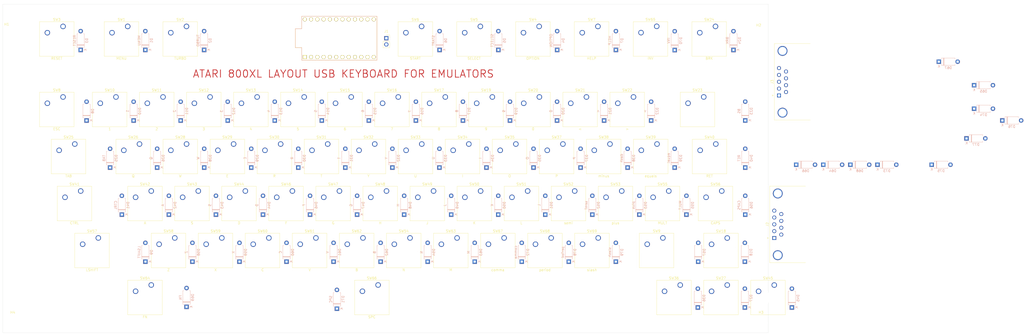
<source format=kicad_pcb>
(kicad_pcb (version 20171130) (host pcbnew 5.1.5+dfsg1-2build2)
  (layers (0 F.Cu signal) (31 B.Cu signal) (34 B.Paste user) (35 F.Paste user) (36 B.SilkS user) (37 F.SilkS user) (38 B.Mask user) (39 F.Mask user) (44 Edge.Cuts user))
  (net 0 "")
  (net 1 R1)
  (net 2 R2)
  (net 3 R3)
  (net 4 R4)
  (net 5 R5)
  (net 6 R6)
  (net 7 R7)
  (net 8 R8)
  (net 9 C8)
  (net 10 C7)
  (net 11 C6)
  (net 12 C5)
  (net 13 C4)
  (net 14 C3)
  (net 15 C2)
  (net 16 C1)
  (net 17 "Net-(D1-Pad2)")
  (net 18 "Net-(D2-Pad2)")
  (net 19 "Net-(D3-Pad2)")
  (net 20 "Net-(D4-Pad2)")
  (net 21 "Net-(D5-Pad2)")
  (net 22 "Net-(D6-Pad2)")
  (net 23 "Net-(D7-Pad2)")
  (net 24 "Net-(D8-Pad2)")
  (net 25 "Net-(D9-Pad2)")
  (net 26 "Net-(D10-Pad2)")
  (net 27 "Net-(D11-Pad2)")
  (net 28 "Net-(D12-Pad2)")
  (net 29 "Net-(D13-Pad2)")
  (net 30 "Net-(D14-Pad2)")
  (net 31 "Net-(D15-Pad2)")
  (net 32 "Net-(D16-Pad2)")
  (net 33 "Net-(D17-Pad2)")
  (net 34 "Net-(D18-Pad2)")
  (net 35 "Net-(D19-Pad2)")
  (net 36 "Net-(D20-Pad2)")
  (net 37 "Net-(D21-Pad2)")
  (net 38 "Net-(D22-Pad2)")
  (net 39 "Net-(D23-Pad2)")
  (net 40 "Net-(D24-Pad2)")
  (net 41 "Net-(D25-Pad2)")
  (net 42 "Net-(D26-Pad2)")
  (net 43 "Net-(D27-Pad2)")
  (net 44 "Net-(D28-Pad2)")
  (net 45 "Net-(D29-Pad2)")
  (net 46 "Net-(D30-Pad2)")
  (net 47 "Net-(D31-Pad2)")
  (net 48 "Net-(D32-Pad2)")
  (net 49 "Net-(D33-Pad2)")
  (net 50 "Net-(D34-Pad2)")
  (net 51 "Net-(D35-Pad2)")
  (net 52 "Net-(D36-Pad2)")
  (net 53 "Net-(D37-Pad2)")
  (net 54 "Net-(D38-Pad2)")
  (net 55 "Net-(D39-Pad2)")
  (net 56 "Net-(D40-Pad2)")
  (net 57 "Net-(D41-Pad2)")
  (net 58 "Net-(D42-Pad2)")
  (net 59 "Net-(D43-Pad2)")
  (net 60 "Net-(D44-Pad2)")
  (net 61 "Net-(D45-Pad2)")
  (net 62 "Net-(D46-Pad2)")
  (net 63 "Net-(D47-Pad2)")
  (net 64 "Net-(D48-Pad2)")
  (net 65 "Net-(D49-Pad2)")
  (net 66 "Net-(D50-Pad2)")
  (net 67 "Net-(D51-Pad2)")
  (net 68 "Net-(D52-Pad2)")
  (net 69 "Net-(D53-Pad2)")
  (net 70 "Net-(D54-Pad2)")
  (net 71 "Net-(D55-Pad2)")
  (net 72 "Net-(D56-Pad2)")
  (net 73 "Net-(D58-Pad2)")
  (net 74 "Net-(D59-Pad2)")
  (net 75 "Net-(D60-Pad2)")
  (net 76 "Net-(D61-Pad2)")
  (net 77 "Net-(D62-Pad2)")
  (net 78 "Net-(D63-Pad2)")
  (net 79 "Net-(D57-Pad2)")
  (net 80 /JS2_TRIGGER)
  (net 81 /JS2_DOWN)
  (net 82 /JS2_LEFT)
  (net 83 /JS2_RIGHT)
  (net 84 /JS1_UP)
  (net 85 C9)
  (net 86 /JS2_UP)
  (net 87 /JS1_TRIGGER)
  (net 88 /JS1_DOWN)
  (net 89 /JS1_LEFT)
  (net 90 /JS1_RIGHT)
  (net 91 /JS2_APaddle)
  (net 92 /JS_2+5)
  (net 93 /JS2_BPaddle)
  (net 94 /JS1_APaddle)
  (net 95 /JS1_+5)
  (net 96 /JS1_BPaddle)
  (net 97 "Net-(D69-Pad2)")
  (net 98 "Net-(D70-Pad2)")
  (net 99 "Net-(D71-Pad2)")
  (net 100 "Net-(D72-Pad2)")
  (net 101 "Net-(D78-Pad2)")
  (net 102 "Net-(D79-Pad2)")
  (net 103 "Net-(U1-Pad1)")
  (net 104 "Net-(U1-Pad2)")
  (net 105 "Net-(U1-Pad3)")
  (net 106 "Net-(U1-Pad4)")
  (net 107 "Net-(U1-Pad21)")
  (net 108 "Net-(U1-Pad22)")
  (net 109 "Net-(U1-Pad23)")
  (net 110 "Net-(U1-Pad24)")
  (net 111 R9)
  (module Button_Switch_Keyboard:SW_Cherry_MX_1.00u_PCB (layer F.Cu) (at 290.36 104.72)
    (fp_text reference SW45 (at -2.54 -2.794) (layer F.SilkS))
    (fp_text value RIGHT)
    (pad "" np_thru_hole circle (at 2.54 5.08) (size 1.7 1.7) (drill 1.7) (layers *.Cu *.Mask))
    (pad "" np_thru_hole circle (at -7.62 5.08) (size 1.7 1.7) (drill 1.7) (layers *.Cu *.Mask))
    (pad "" np_thru_hole circle (at -2.54 5.08) (size 4 4) (drill 4) (layers *.Cu *.Mask))
    (pad 2 thru_hole circle (at -6.35 2.54) (size 2.2 2.2) (drill 1.5) (layers *.Cu *.Mask) (net 85 C9))
    (pad 1 thru_hole circle (at 0 0) (size 2.2 2.2) (drill 1.5) (layers *.Cu *.Mask) (net 61 "Net-(D45-Pad2)"))
  )
  (module Button_Switch_Keyboard:SW_Cherry_MX_1.00u_PCB (layer F.Cu) (at 252.28 104.72)
    (fp_text reference SW36 (at -2.54 -2.794) (layer F.SilkS))
    (fp_text value LEFT)
    (pad "" np_thru_hole circle (at 2.54 5.08) (size 1.7 1.7) (drill 1.7) (layers *.Cu *.Mask))
    (pad "" np_thru_hole circle (at -7.62 5.08) (size 1.7 1.7) (drill 1.7) (layers *.Cu *.Mask))
    (pad "" np_thru_hole circle (at -2.54 5.08) (size 4 4) (drill 4) (layers *.Cu *.Mask))
    (pad 2 thru_hole circle (at -6.35 2.54) (size 2.2 2.2) (drill 1.5) (layers *.Cu *.Mask) (net 85 C9))
    (pad 1 thru_hole circle (at 0 0) (size 2.2 2.2) (drill 1.5) (layers *.Cu *.Mask) (net 52 "Net-(D36-Pad2)"))
  )
  (module Button_Switch_Keyboard:SW_Cherry_MX_1.00u_PCB (layer F.Cu) (at 271.32 104.72)
    (fp_text reference SW27 (at -2.54 -2.794) (layer F.SilkS))
    (fp_text value DOWN)
    (pad "" np_thru_hole circle (at 2.54 5.08) (size 1.7 1.7) (drill 1.7) (layers *.Cu *.Mask))
    (pad "" np_thru_hole circle (at -7.62 5.08) (size 1.7 1.7) (drill 1.7) (layers *.Cu *.Mask))
    (pad "" np_thru_hole circle (at -2.54 5.08) (size 4 4) (drill 4) (layers *.Cu *.Mask))
    (pad 2 thru_hole circle (at -6.35 2.54) (size 2.2 2.2) (drill 1.5) (layers *.Cu *.Mask) (net 85 C9))
    (pad 1 thru_hole circle (at 0 0) (size 2.2 2.2) (drill 1.5) (layers *.Cu *.Mask) (net 43 "Net-(D27-Pad2)"))
  )
  (module Button_Switch_Keyboard:SW_Cherry_MX_1.00u_PCB (layer F.Cu) (at 271.32 85.68)
    (fp_text reference SW18 (at -2.54 -2.794) (layer F.SilkS))
    (fp_text value UP)
    (pad "" np_thru_hole circle (at 2.54 5.08) (size 1.7 1.7) (drill 1.7) (layers *.Cu *.Mask))
    (pad "" np_thru_hole circle (at -7.62 5.08) (size 1.7 1.7) (drill 1.7) (layers *.Cu *.Mask))
    (pad "" np_thru_hole circle (at -2.54 5.08) (size 4 4) (drill 4) (layers *.Cu *.Mask))
    (pad 2 thru_hole circle (at -6.35 2.54) (size 2.2 2.2) (drill 1.5) (layers *.Cu *.Mask) (net 85 C9))
    (pad 1 thru_hole circle (at 0 0) (size 2.2 2.2) (drill 1.5) (layers *.Cu *.Mask) (net 34 "Net-(D18-Pad2)"))
  )
  (module Button_Switch_Keyboard:SW_Cherry_MX_2.00u_PCB (layer F.Cu) (at 261.8 28.56)
    (fp_text reference SW23 (at -2.54 -2.794) (layer F.SilkS))
    (fp_text value BS)
    (pad "" np_thru_hole circle (at 9.36 -1.92) (size 3.05 3.05) (drill 3.05) (layers *.Cu *.Mask))
    (pad "" np_thru_hole circle (at -14.44 -1.92) (size 3.05 3.05) (drill 3.05) (layers *.Cu *.Mask))
    (pad "" np_thru_hole circle (at -14.44 13.32) (size 4 4) (drill 4) (layers *.Cu *.Mask))
    (pad "" np_thru_hole circle (at 9.36 13.32) (size 4 4) (drill 4) (layers *.Cu *.Mask))
    (pad "" np_thru_hole circle (at 2.54 5.08) (size 1.7 1.7) (drill 1.7) (layers *.Cu *.Mask))
    (pad "" np_thru_hole circle (at -7.62 5.08) (size 1.7 1.7) (drill 1.7) (layers *.Cu *.Mask))
    (pad "" np_thru_hole circle (at -2.54 5.08) (size 4 4) (drill 4) (layers *.Cu *.Mask))
    (pad 2 thru_hole circle (at -6.35 2.54) (size 2.2 2.2) (drill 1.5) (layers *.Cu *.Mask) (net 12 C5))
    (pad 1 thru_hole circle (at 0 0) (size 2.2 2.2) (drill 1.5) (layers *.Cu *.Mask) (net 39 "Net-(D23-Pad2)"))
  )
  (module Connector_PinSocket_2.54mm:PinSocket_1x02_P2.54mm_Vertical (layer F.Cu) (at 133.28 4.76)
    (fp_text reference J1 (at 0 -2.77) (layer F.SilkS))
    (fp_text value "Removed LEDS. Wire soldered to the board")
    (pad 2 thru_hole oval (at 0 2.54) (size 1.7 1.7) (drill 1) (layers *.Cu *.Mask) (net 111 R9))
    (pad 1 thru_hole rect (at 0 0) (size 1.7 1.7) (drill 1) (layers *.Cu *.Mask) (net 85 C9))
  )
  (module Connector_Dsub:DSUB-9_Male_Horizontal_P2.77x2.84mm_EdgePinOffset9.90mm_Housed_MountingHolesOffset11.32mm (layer F.Cu) (at 290.36 85.68 90)
    (fp_text reference J2 (at 5.54 -2.8 90) (layer F.SilkS))
    (fp_text value "PLAYER 1")
    (pad 0 thru_hole circle (at 18.04 1.42 90) (size 4 4) (drill 3.2) (layers *.Cu *.Mask))
    (pad 0 thru_hole circle (at -6.96 1.42 90) (size 4 4) (drill 3.2) (layers *.Cu *.Mask))
    (pad 9 thru_hole circle (at 9.695 2.84 90) (size 1.6 1.6) (drill 1) (layers *.Cu *.Mask) (net 94 /JS1_APaddle))
    (pad 8 thru_hole circle (at 6.925 2.84 90) (size 1.6 1.6) (drill 1) (layers *.Cu *.Mask) (net 111 R9))
    (pad 7 thru_hole circle (at 4.155 2.84 90) (size 1.6 1.6) (drill 1) (layers *.Cu *.Mask) (net 95 /JS1_+5))
    (pad 6 thru_hole circle (at 1.385 2.84 90) (size 1.6 1.6) (drill 1) (layers *.Cu *.Mask) (net 87 /JS1_TRIGGER))
    (pad 5 thru_hole circle (at 11.08 0 90) (size 1.6 1.6) (drill 1) (layers *.Cu *.Mask) (net 96 /JS1_BPaddle))
    (pad 4 thru_hole circle (at 8.31 0 90) (size 1.6 1.6) (drill 1) (layers *.Cu *.Mask) (net 90 /JS1_RIGHT))
    (pad 3 thru_hole circle (at 5.54 0 90) (size 1.6 1.6) (drill 1) (layers *.Cu *.Mask) (net 89 /JS1_LEFT))
    (pad 2 thru_hole circle (at 2.77 0 90) (size 1.6 1.6) (drill 1) (layers *.Cu *.Mask) (net 88 /JS1_DOWN))
    (pad 1 thru_hole rect (at 0 0 90) (size 1.6 1.6) (drill 1) (layers *.Cu *.Mask) (net 84 /JS1_UP))
  )
  (module Connector_Dsub:DSUB-9_Male_Horizontal_P2.77x2.84mm_EdgePinOffset9.90mm_Housed_MountingHolesOffset11.32mm (layer F.Cu) (at 292.28 27.955 90)
    (fp_text reference J3 (at 5.54 -2.8 90) (layer F.SilkS))
    (fp_text value "PLAYER 2")
    (pad 0 thru_hole circle (at 18.04 1.42 90) (size 4 4) (drill 3.2) (layers *.Cu *.Mask))
    (pad 0 thru_hole circle (at -6.96 1.42 90) (size 4 4) (drill 3.2) (layers *.Cu *.Mask))
    (pad 9 thru_hole circle (at 9.695 2.84 90) (size 1.6 1.6) (drill 1) (layers *.Cu *.Mask) (net 91 /JS2_APaddle))
    (pad 8 thru_hole circle (at 6.925 2.84 90) (size 1.6 1.6) (drill 1) (layers *.Cu *.Mask) (net 8 R8))
    (pad 7 thru_hole circle (at 4.155 2.84 90) (size 1.6 1.6) (drill 1) (layers *.Cu *.Mask) (net 92 /JS_2+5))
    (pad 6 thru_hole circle (at 1.385 2.84 90) (size 1.6 1.6) (drill 1) (layers *.Cu *.Mask) (net 80 /JS2_TRIGGER))
    (pad 5 thru_hole circle (at 11.08 0 90) (size 1.6 1.6) (drill 1) (layers *.Cu *.Mask) (net 93 /JS2_BPaddle))
    (pad 4 thru_hole circle (at 8.31 0 90) (size 1.6 1.6) (drill 1) (layers *.Cu *.Mask) (net 83 /JS2_RIGHT))
    (pad 3 thru_hole circle (at 5.54 0 90) (size 1.6 1.6) (drill 1) (layers *.Cu *.Mask) (net 82 /JS2_LEFT))
    (pad 2 thru_hole circle (at 2.77 0 90) (size 1.6 1.6) (drill 1) (layers *.Cu *.Mask) (net 81 /JS2_DOWN))
    (pad 1 thru_hole rect (at 0 0 90) (size 1.6 1.6) (drill 1) (layers *.Cu *.Mask) (net 86 /JS2_UP))
  )
  (module Diode_THT:D_A-405_P7.62mm_Horizontal (layer B.Cu) (at 368.2 45.35)
    (fp_text reference D77 (at 3.81 2.47) (layer B.SilkS) (effects (justify mirror)))
    (fp_text value JS1_RIGHT)
    (fp_text user K (at 0 1.9) (layer B.SilkS) (effects (justify mirror)))
    (pad 2 thru_hole oval (at 7.62 0) (size 1.8 1.8) (drill 0.9) (layers *.Cu *.Mask) (net 90 /JS1_RIGHT))
    (pad 1 thru_hole rect (at 0 0) (size 1.8 1.8) (drill 0.9) (layers *.Cu *.Mask) (net 111 R9))
  )
  (module Diode_THT:D_A-405_P7.62mm_Horizontal (layer B.Cu) (at 382.7 38.08)
    (fp_text reference D76 (at 3.81 2.47) (layer B.SilkS) (effects (justify mirror)))
    (fp_text value JS1_LEFT)
    (fp_text user K (at 0 1.9) (layer B.SilkS) (effects (justify mirror)))
    (pad 2 thru_hole oval (at 7.62 0) (size 1.8 1.8) (drill 0.9) (layers *.Cu *.Mask) (net 89 /JS1_LEFT))
    (pad 1 thru_hole rect (at 0 0) (size 1.8 1.8) (drill 0.9) (layers *.Cu *.Mask) (net 111 R9))
  )
  (module Diode_THT:D_A-405_P7.62mm_Horizontal (layer B.Cu) (at 354.09 56)
    (fp_text reference D75 (at 3.81 2.47) (layer B.SilkS) (effects (justify mirror)))
    (fp_text value JS1_DOWN)
    (fp_text user K (at 0 1.9) (layer B.SilkS) (effects (justify mirror)))
    (pad 2 thru_hole oval (at 7.62 0) (size 1.8 1.8) (drill 0.9) (layers *.Cu *.Mask) (net 88 /JS1_DOWN))
    (pad 1 thru_hole rect (at 0 0) (size 1.8 1.8) (drill 0.9) (layers *.Cu *.Mask) (net 111 R9))
  )
  (module Diode_THT:D_A-405_P7.62mm_Horizontal (layer B.Cu) (at 371.28 33.32)
    (fp_text reference D74 (at 3.81 2.47) (layer B.SilkS) (effects (justify mirror)))
    (fp_text value JS1_TRIGGER)
    (fp_text user K (at 0 1.9) (layer B.SilkS) (effects (justify mirror)))
    (pad 2 thru_hole oval (at 7.62 0) (size 1.8 1.8) (drill 0.9) (layers *.Cu *.Mask) (net 87 /JS1_TRIGGER))
    (pad 1 thru_hole rect (at 0 0) (size 1.8 1.8) (drill 0.9) (layers *.Cu *.Mask) (net 111 R9))
  )
  (module Diode_THT:D_A-405_P7.62mm_Horizontal (layer B.Cu) (at 310.21 56)
    (fp_text reference D64 (at 3.81 2.47) (layer B.SilkS) (effects (justify mirror)))
    (fp_text value JS2_UP)
    (fp_text user K (at 0 1.9) (layer B.SilkS) (effects (justify mirror)))
    (pad 2 thru_hole oval (at 7.62 0) (size 1.8 1.8) (drill 0.9) (layers *.Cu *.Mask) (net 86 /JS2_UP))
    (pad 1 thru_hole rect (at 0 0) (size 1.8 1.8) (drill 0.9) (layers *.Cu *.Mask) (net 8 R8))
  )
  (module Diode_THT:D_A-405_P7.62mm_Horizontal (layer B.Cu) (at 297.5 113.8047 90)
    (fp_text reference D45 (at 3.81 2.47 -90) (layer B.SilkS) (effects (justify mirror)))
    (fp_text value RIGHT)
    (fp_text user K (at 0 1.9 -90) (layer B.SilkS) (effects (justify mirror)))
    (pad 2 thru_hole oval (at 7.62 0 90) (size 1.8 1.8) (drill 0.9) (layers *.Cu *.Mask) (net 61 "Net-(D45-Pad2)"))
    (pad 1 thru_hole rect (at 0 0 90) (size 1.8 1.8) (drill 0.9) (layers *.Cu *.Mask) (net 5 R5))
  )
  (module Diode_THT:D_A-405_P7.62mm_Horizontal (layer B.Cu) (at 259.42 113.8047 90)
    (fp_text reference D36 (at 3.81 2.47 90) (layer B.SilkS) (effects (justify mirror)))
    (fp_text value LEFT)
    (fp_text user K (at 0 1.9 90) (layer B.SilkS) (effects (justify mirror)))
    (pad 2 thru_hole oval (at 7.62 0 90) (size 1.8 1.8) (drill 0.9) (layers *.Cu *.Mask) (net 52 "Net-(D36-Pad2)"))
    (pad 1 thru_hole rect (at 0 0 90) (size 1.8 1.8) (drill 0.9) (layers *.Cu *.Mask) (net 4 R4))
  )
  (module Diode_THT:D_A-405_P7.62mm_Horizontal (layer B.Cu) (at 278.46 113.8047 90)
    (fp_text reference D27 (at 3.81 2.47 90) (layer B.SilkS) (effects (justify mirror)))
    (fp_text value DOWN)
    (fp_text user K (at 0 1.9 90) (layer B.SilkS) (effects (justify mirror)))
    (pad 2 thru_hole oval (at 7.62 0 90) (size 1.8 1.8) (drill 0.9) (layers *.Cu *.Mask) (net 43 "Net-(D27-Pad2)"))
    (pad 1 thru_hole rect (at 0 0 90) (size 1.8 1.8) (drill 0.9) (layers *.Cu *.Mask) (net 3 R3))
  )
  (module Diode_THT:D_A-405_P7.62mm_Horizontal (layer B.Cu) (at 278.46 95.25 90)
    (fp_text reference D18 (at 3.81 2.47 90) (layer B.SilkS) (effects (justify mirror)))
    (fp_text value UP)
    (fp_text user K (at 0 1.9 90) (layer B.SilkS) (effects (justify mirror)))
    (pad 2 thru_hole oval (at 7.62 0 90) (size 1.8 1.8) (drill 0.9) (layers *.Cu *.Mask) (net 34 "Net-(D18-Pad2)"))
    (pad 1 thru_hole rect (at 0 0 90) (size 1.8 1.8) (drill 0.9) (layers *.Cu *.Mask) (net 2 R2))
  )
  (module Diode_THT:D_A-405_P7.62mm_Horizontal (layer B.Cu) (at 332.15 56)
    (fp_text reference D73 (at 3.81 2.47) (layer B.SilkS) (effects (justify mirror)))
    (fp_text value JS1_UP)
    (fp_text user K (at 0 1.9) (layer B.SilkS) (effects (justify mirror)))
    (pad 2 thru_hole oval (at 7.62 0) (size 1.8 1.8) (drill 0.9) (layers *.Cu *.Mask) (net 84 /JS1_UP))
    (pad 1 thru_hole rect (at 0 0) (size 1.8 1.8) (drill 0.9) (layers *.Cu *.Mask) (net 111 R9))
  )
  (module Diode_THT:D_A-405_P7.62mm_Horizontal (layer B.Cu) (at 321.18 56)
    (fp_text reference D68 (at 3.81 2.47) (layer B.SilkS) (effects (justify mirror)))
    (fp_text value JS2_RIGHT)
    (fp_text user K (at 0 1.9) (layer B.SilkS) (effects (justify mirror)))
    (pad 2 thru_hole oval (at 7.62 0) (size 1.8 1.8) (drill 0.9) (layers *.Cu *.Mask) (net 83 /JS2_RIGHT))
    (pad 1 thru_hole rect (at 0 0) (size 1.8 1.8) (drill 0.9) (layers *.Cu *.Mask) (net 8 R8))
  )
  (module Diode_THT:D_A-405_P7.62mm_Horizontal (layer B.Cu) (at 357 14.28)
    (fp_text reference D67 (at 3.81 2.47) (layer B.SilkS) (effects (justify mirror)))
    (fp_text value JS2_LEFT)
    (fp_text user K (at 0 1.9) (layer B.SilkS) (effects (justify mirror)))
    (pad 2 thru_hole oval (at 7.62 0) (size 1.8 1.8) (drill 0.9) (layers *.Cu *.Mask) (net 82 /JS2_LEFT))
    (pad 1 thru_hole rect (at 0 0) (size 1.8 1.8) (drill 0.9) (layers *.Cu *.Mask) (net 8 R8))
  )
  (module Diode_THT:D_A-405_P7.62mm_Horizontal (layer B.Cu) (at 299.24 56)
    (fp_text reference D66 (at 3.81 2.47) (layer B.SilkS) (effects (justify mirror)))
    (fp_text value JS2_DOWN)
    (fp_text user K (at 0 1.9) (layer B.SilkS) (effects (justify mirror)))
    (pad 2 thru_hole oval (at 7.62 0) (size 1.8 1.8) (drill 0.9) (layers *.Cu *.Mask) (net 81 /JS2_DOWN))
    (pad 1 thru_hole rect (at 0 0) (size 1.8 1.8) (drill 0.9) (layers *.Cu *.Mask) (net 8 R8))
  )
  (module Diode_THT:D_A-405_P7.62mm_Horizontal (layer B.Cu) (at 371.28 23.8)
    (fp_text reference D65 (at 3.81 2.47) (layer B.SilkS) (effects (justify mirror)))
    (fp_text value JS2_TRIGGER)
    (fp_text user K (at 0 1.9) (layer B.SilkS) (effects (justify mirror)))
    (pad 2 thru_hole oval (at 7.62 0) (size 1.8 1.8) (drill 0.9) (layers *.Cu *.Mask) (net 80 /JS2_TRIGGER))
    (pad 1 thru_hole rect (at 0 0) (size 1.8 1.8) (drill 0.9) (layers *.Cu *.Mask) (net 8 R8))
  )
  (module Diode_THT:D_A-405_P7.62mm_Horizontal (layer B.Cu) (at 259.55625 95.25 90)
    (fp_text reference D57 (at 3.81 2.47 270) (layer B.SilkS) (effects (justify mirror)))
    (fp_text value LSHIFT)
    (fp_text user K (at 0 1.9 270) (layer B.SilkS) (effects (justify mirror)))
    (pad 2 thru_hole oval (at 7.62 0 90) (size 1.8 1.8) (drill 0.9) (layers *.Cu *.Mask) (net 79 "Net-(D57-Pad2)"))
    (pad 1 thru_hole rect (at 0 0 90) (size 1.8 1.8) (drill 0.9) (layers *.Cu *.Mask) (net 7 R7))
  )
  (module Button_Switch_Keyboard:SW_Cherry_MX_1.75u_PCB (layer F.Cu) (at 245.26875 85.65)
    (fp_text reference SW9 (at -2.54 -2.794) (layer F.SilkS))
    (fp_text value RSHIFT)
    (pad "" np_thru_hole circle (at 2.54 5.08) (size 1.7 1.7) (drill 1.7) (layers *.Cu *.Mask))
    (pad "" np_thru_hole circle (at -7.62 5.08) (size 1.7 1.7) (drill 1.7) (layers *.Cu *.Mask))
    (pad "" np_thru_hole circle (at -2.54 5.08) (size 4 4) (drill 4) (layers *.Cu *.Mask))
    (pad 2 thru_hole circle (at -6.35 2.54) (size 2.2 2.2) (drill 1.5) (layers *.Cu *.Mask) (net 85 C9))
    (pad 1 thru_hole circle (at 0 0) (size 2.2 2.2) (drill 1.5) (layers *.Cu *.Mask) (net 25 "Net-(D9-Pad2)"))
  )
  (module Diode_THT:D_A-405_P7.62mm_Horizontal (layer B.Cu) (at 11.90625 38.1 90)
    (fp_text reference D8 (at 3.81 2.47 270) (layer B.SilkS) (effects (justify mirror)))
    (fp_text value ESC)
    (fp_text user K (at 0 1.9 270) (layer B.SilkS) (effects (justify mirror)))
    (pad 2 thru_hole oval (at 7.62 0 90) (size 1.8 1.8) (drill 0.9) (layers *.Cu *.Mask) (net 24 "Net-(D8-Pad2)"))
    (pad 1 thru_hole rect (at 0 0 90) (size 1.8 1.8) (drill 0.9) (layers *.Cu *.Mask) (net 1 R1))
  )
  (module promicro:ProMicro (layer F.Cu) (at 114.24 4.76)
    (fp_text reference U1 hide)
    (fp_text value ProMicro)
    (pad 1 thru_hole rect (at -13.97 7.62) (size 1.6 1.6) (drill 1.1) (layers *.Cu *.Mask F.SilkS) (net 103 "Net-(U1-Pad1)"))
    (pad 2 thru_hole circle (at -11.43 7.62) (size 1.6 1.6) (drill 1.1) (layers *.Cu *.Mask F.SilkS) (net 104 "Net-(U1-Pad2)"))
    (pad 3 thru_hole circle (at -8.89 7.62) (size 1.6 1.6) (drill 1.1) (layers *.Cu *.Mask F.SilkS) (net 105 "Net-(U1-Pad3)"))
    (pad 4 thru_hole circle (at -6.35 7.62) (size 1.6 1.6) (drill 1.1) (layers *.Cu *.Mask F.SilkS) (net 106 "Net-(U1-Pad4)"))
    (pad 5 thru_hole circle (at -3.81 7.62) (size 1.6 1.6) (drill 1.1) (layers *.Cu *.Mask F.SilkS) (net 1 R1))
    (pad 6 thru_hole circle (at -1.27 7.62) (size 1.6 1.6) (drill 1.1) (layers *.Cu *.Mask F.SilkS) (net 2 R2))
    (pad 7 thru_hole circle (at 1.27 7.62) (size 1.6 1.6) (drill 1.1) (layers *.Cu *.Mask F.SilkS) (net 3 R3))
    (pad 8 thru_hole circle (at 3.81 7.62) (size 1.6 1.6) (drill 1.1) (layers *.Cu *.Mask F.SilkS) (net 4 R4))
    (pad 9 thru_hole circle (at 6.35 7.62) (size 1.6 1.6) (drill 1.1) (layers *.Cu *.Mask F.SilkS) (net 5 R5))
    (pad 10 thru_hole circle (at 8.89 7.62) (size 1.6 1.6) (drill 1.1) (layers *.Cu *.Mask F.SilkS) (net 6 R6))
    (pad 11 thru_hole circle (at 11.43 7.62) (size 1.6 1.6) (drill 1.1) (layers *.Cu *.Mask F.SilkS) (net 7 R7))
    (pad 12 thru_hole circle (at 13.97 7.62) (size 1.6 1.6) (drill 1.1) (layers *.Cu *.Mask F.SilkS) (net 8 R8))
    (pad 13 thru_hole circle (at 13.97 -7.62) (size 1.6 1.6) (drill 1.1) (layers *.Cu *.Mask F.SilkS) (net 9 C8))
    (pad 14 thru_hole circle (at 11.43 -7.62) (size 1.6 1.6) (drill 1.1) (layers *.Cu *.Mask F.SilkS) (net 10 C7))
    (pad 15 thru_hole circle (at 8.89 -7.62) (size 1.6 1.6) (drill 1.1) (layers *.Cu *.Mask F.SilkS) (net 11 C6))
    (pad 16 thru_hole circle (at 6.35 -7.62) (size 1.6 1.6) (drill 1.1) (layers *.Cu *.Mask F.SilkS) (net 12 C5))
    (pad 17 thru_hole circle (at 3.81 -7.62) (size 1.6 1.6) (drill 1.1) (layers *.Cu *.Mask F.SilkS) (net 13 C4))
    (pad 18 thru_hole circle (at 1.27 -7.62) (size 1.6 1.6) (drill 1.1) (layers *.Cu *.Mask F.SilkS) (net 14 C3))
    (pad 19 thru_hole circle (at -1.27 -7.62) (size 1.6 1.6) (drill 1.1) (layers *.Cu *.Mask F.SilkS) (net 15 C2))
    (pad 20 thru_hole circle (at -3.81 -7.62) (size 1.6 1.6) (drill 1.1) (layers *.Cu *.Mask F.SilkS) (net 16 C1))
    (pad 21 thru_hole circle (at -6.35 -7.62) (size 1.6 1.6) (drill 1.1) (layers *.Cu *.Mask F.SilkS) (net 107 "Net-(U1-Pad21)"))
    (pad 22 thru_hole circle (at -8.89 -7.62) (size 1.6 1.6) (drill 1.1) (layers *.Cu *.Mask F.SilkS) (net 108 "Net-(U1-Pad22)"))
    (pad 23 thru_hole circle (at -11.43 -7.62) (size 1.6 1.6) (drill 1.1) (layers *.Cu *.Mask F.SilkS) (net 109 "Net-(U1-Pad23)"))
    (pad 24 thru_hole circle (at -13.97 -7.62) (size 1.6 1.6) (drill 1.1) (layers *.Cu *.Mask F.SilkS) (net 110 "Net-(U1-Pad24)"))
  )
  (module MountingHole:MountingHole_3.2mm_M3 (layer F.Cu) (at -18 120)
    (fp_text reference H4 (at 0 -4.2) (layer F.SilkS))
    (fp_text value MountingHole)
    (pad 1 np_thru_hole circle (at 0 0) (size 3.2 3.2) (drill 3.2) (layers *.Cu *.Mask))
  )
  (module MountingHole:MountingHole_3.2mm_M3 (layer F.Cu) (at 285 120)
    (fp_text reference H3 (at 0 -4.2) (layer F.SilkS))
    (fp_text value MountingHole)
    (pad 1 np_thru_hole circle (at 0 0) (size 3.2 3.2) (drill 3.2) (layers *.Cu *.Mask))
  )
  (module MountingHole:MountingHole_3.2mm_M3 (layer F.Cu) (at 284 -5)
    (fp_text reference H2 (at 0.0482 4.5047) (layer F.SilkS))
    (fp_text value MountingHole)
    (pad 1 np_thru_hole circle (at 0 0) (size 3.2 3.2) (drill 3.2) (layers *.Cu *.Mask))
  )
  (module MountingHole:MountingHole_3.2mm_M3 (layer F.Cu) (at -18 -5)
    (fp_text reference H1 (at -2.4597 4.1364) (layer F.SilkS))
    (fp_text value MountingHole)
    (pad 1 np_thru_hole circle (at 0 0) (size 3.2 3.2) (drill 3.2) (layers *.Cu *.Mask))
  )
  (module Button_Switch_Keyboard:SW_Cherry_MX_6.25u_PCB (layer F.Cu) (at 129.95 104.7)
    (fp_text reference SW66 (at -2.54 -2.794) (layer F.SilkS))
    (fp_text value SPC (at -2.54 12.954) (layer F.SilkS))
    (pad "" np_thru_hole circle (at 47.46 -1.92) (size 3.05 3.05) (drill 3.05) (layers *.Cu *.Mask))
    (pad "" np_thru_hole circle (at -52.54 -1.92) (size 3.05 3.05) (drill 3.05) (layers *.Cu *.Mask))
    (pad "" np_thru_hole circle (at -52.54 13.32) (size 4 4) (drill 4) (layers *.Cu *.Mask))
    (pad "" np_thru_hole circle (at 47.46 13.32) (size 4 4) (drill 4) (layers *.Cu *.Mask))
    (pad "" np_thru_hole circle (at 2.54 5.08) (size 1.7 1.7) (drill 1.7) (layers *.Cu *.Mask))
    (pad "" np_thru_hole circle (at -7.62 5.08) (size 1.7 1.7) (drill 1.7) (layers *.Cu *.Mask))
    (pad "" np_thru_hole circle (at -2.54 5.08) (size 4 4) (drill 4) (layers *.Cu *.Mask))
    (pad 2 thru_hole circle (at -6.35 2.54) (size 2.2 2.2) (drill 1.5) (layers *.Cu *.Mask) (net 9 C8))
    (pad 1 thru_hole circle (at 0 0) (size 2.2 2.2) (drill 1.5) (layers *.Cu *.Mask) (net 99 "Net-(D71-Pad2)"))
  )
  (module Button_Switch_Keyboard:SW_Cherry_MX_1.75u_PCB (layer F.Cu) (at 38.1 104.7)
    (fp_text reference SW64 (at -2.54 -2.794) (layer F.SilkS))
    (fp_text value FN (at -2.54 12.954) (layer F.SilkS))
    (pad "" np_thru_hole circle (at 2.54 5.08) (size 1.7 1.7) (drill 1.7) (layers *.Cu *.Mask))
    (pad "" np_thru_hole circle (at -7.62 5.08) (size 1.7 1.7) (drill 1.7) (layers *.Cu *.Mask))
    (pad "" np_thru_hole circle (at -2.54 5.08) (size 4 4) (drill 4) (layers *.Cu *.Mask))
    (pad 2 thru_hole circle (at -6.35 2.54) (size 2.2 2.2) (drill 1.5) (layers *.Cu *.Mask) (net 11 C6))
    (pad 1 thru_hole circle (at 0 0) (size 2.2 2.2) (drill 1.5) (layers *.Cu *.Mask) (net 97 "Net-(D69-Pad2)"))
  )
  (module Button_Switch_Keyboard:SW_Cherry_MX_2.25u_PCB (layer F.Cu) (at 16.66875 85.65)
    (fp_text reference SW57 (at -2.54 -2.794) (layer F.SilkS))
    (fp_text value LSHIFT (at -2.54 12.954) (layer F.SilkS))
    (pad "" np_thru_hole circle (at 9.36 -1.92) (size 3.05 3.05) (drill 3.05) (layers *.Cu *.Mask))
    (pad "" np_thru_hole circle (at -14.44 -1.92) (size 3.05 3.05) (drill 3.05) (layers *.Cu *.Mask))
    (pad "" np_thru_hole circle (at -14.44 13.32) (size 4 4) (drill 4) (layers *.Cu *.Mask))
    (pad "" np_thru_hole circle (at 9.36 13.32) (size 4 4) (drill 4) (layers *.Cu *.Mask))
    (pad "" np_thru_hole circle (at 2.54 5.08) (size 1.7 1.7) (drill 1.7) (layers *.Cu *.Mask))
    (pad "" np_thru_hole circle (at -7.62 5.08) (size 1.7 1.7) (drill 1.7) (layers *.Cu *.Mask))
    (pad "" np_thru_hole circle (at -2.54 5.08) (size 4 4) (drill 4) (layers *.Cu *.Mask))
    (pad 2 thru_hole circle (at -6.35 2.54) (size 2.2 2.2) (drill 1.5) (layers *.Cu *.Mask) (net 14 C3))
    (pad 1 thru_hole circle (at 0 0) (size 2.2 2.2) (drill 1.5) (layers *.Cu *.Mask) (net 79 "Net-(D57-Pad2)"))
  )
  (module Button_Switch_Keyboard:SW_Cherry_MX_1.25u_PCB (layer F.Cu) (at 269.1 66.65)
    (fp_text reference SW56 (at -2.54 -2.794) (layer F.SilkS))
    (fp_text value CAPS (at -2.54 12.954) (layer F.SilkS))
    (pad "" np_thru_hole circle (at 2.54 5.08) (size 1.7 1.7) (drill 1.7) (layers *.Cu *.Mask))
    (pad "" np_thru_hole circle (at -7.62 5.08) (size 1.7 1.7) (drill 1.7) (layers *.Cu *.Mask))
    (pad "" np_thru_hole circle (at -2.54 5.08) (size 4 4) (drill 4) (layers *.Cu *.Mask))
    (pad 2 thru_hole circle (at -6.35 2.54) (size 2.2 2.2) (drill 1.5) (layers *.Cu *.Mask) (net 15 C2))
    (pad 1 thru_hole circle (at 0 0) (size 2.2 2.2) (drill 1.5) (layers *.Cu *.Mask) (net 72 "Net-(D56-Pad2)"))
  )
  (module Button_Switch_Keyboard:SW_Cherry_MX_2.00u_PCB (layer F.Cu) (at 9.525 66.65)
    (fp_text reference SW41 (at -2.54 -2.794) (layer F.SilkS))
    (fp_text value CTRL (at -2.54 12.954) (layer F.SilkS))
    (pad "" np_thru_hole circle (at 9.36 -1.92) (size 3.05 3.05) (drill 3.05) (layers *.Cu *.Mask))
    (pad "" np_thru_hole circle (at -14.44 -1.92) (size 3.05 3.05) (drill 3.05) (layers *.Cu *.Mask))
    (pad "" np_thru_hole circle (at -14.44 13.32) (size 4 4) (drill 4) (layers *.Cu *.Mask))
    (pad "" np_thru_hole circle (at 9.36 13.32) (size 4 4) (drill 4) (layers *.Cu *.Mask))
    (pad "" np_thru_hole circle (at 2.54 5.08) (size 1.7 1.7) (drill 1.7) (layers *.Cu *.Mask))
    (pad "" np_thru_hole circle (at -7.62 5.08) (size 1.7 1.7) (drill 1.7) (layers *.Cu *.Mask))
    (pad "" np_thru_hole circle (at -2.54 5.08) (size 4 4) (drill 4) (layers *.Cu *.Mask))
    (pad 2 thru_hole circle (at -6.35 2.54) (size 2.2 2.2) (drill 1.5) (layers *.Cu *.Mask) (net 12 C5))
    (pad 1 thru_hole circle (at 0 0) (size 2.2 2.2) (drill 1.5) (layers *.Cu *.Mask) (net 57 "Net-(D41-Pad2)"))
  )
  (module Button_Switch_Keyboard:SW_Cherry_MX_1.50u_PCB (layer F.Cu) (at 266.7 47.625)
    (fp_text reference SW40 (at -2.54 -2.794) (layer F.SilkS))
    (fp_text value RET (at -2.54 12.954) (layer F.SilkS))
    (pad "" np_thru_hole circle (at 2.54 5.08) (size 1.7 1.7) (drill 1.7) (layers *.Cu *.Mask))
    (pad "" np_thru_hole circle (at -7.62 5.08) (size 1.7 1.7) (drill 1.7) (layers *.Cu *.Mask))
    (pad "" np_thru_hole circle (at -2.54 5.08) (size 4 4) (drill 4) (layers *.Cu *.Mask))
    (pad 2 thru_hole circle (at -6.35 2.54) (size 2.2 2.2) (drill 1.5) (layers *.Cu *.Mask) (net 13 C4))
    (pad 1 thru_hole circle (at 0 0) (size 2.2 2.2) (drill 1.5) (layers *.Cu *.Mask) (net 56 "Net-(D40-Pad2)"))
  )
  (module Button_Switch_Keyboard:SW_Cherry_MX_1.75u_PCB (layer F.Cu) (at 7.14375 47.625)
    (fp_text reference SW25 (at -2.54 -2.794) (layer F.SilkS))
    (fp_text value TAB (at -2.54 12.954) (layer F.SilkS))
    (pad "" np_thru_hole circle (at 2.54 5.08) (size 1.7 1.7) (drill 1.7) (layers *.Cu *.Mask))
    (pad "" np_thru_hole circle (at -7.62 5.08) (size 1.7 1.7) (drill 1.7) (layers *.Cu *.Mask))
    (pad "" np_thru_hole circle (at -2.54 5.08) (size 4 4) (drill 4) (layers *.Cu *.Mask))
    (pad 2 thru_hole circle (at -6.35 2.54) (size 2.2 2.2) (drill 1.5) (layers *.Cu *.Mask) (net 10 C7))
    (pad 1 thru_hole circle (at 0 0) (size 2.2 2.2) (drill 1.5) (layers *.Cu *.Mask) (net 41 "Net-(D25-Pad2)"))
  )
  (module Button_Switch_Keyboard:SW_Cherry_MX_1.25u_PCB (layer F.Cu) (at 2.38125 28.575)
    (fp_text reference SW8 (at -2.54 -2.794) (layer F.SilkS))
    (fp_text value ESC (at -2.54 12.954) (layer F.SilkS))
    (pad "" np_thru_hole circle (at 2.54 5.08) (size 1.7 1.7) (drill 1.7) (layers *.Cu *.Mask))
    (pad "" np_thru_hole circle (at -7.62 5.08) (size 1.7 1.7) (drill 1.7) (layers *.Cu *.Mask))
    (pad "" np_thru_hole circle (at -2.54 5.08) (size 4 4) (drill 4) (layers *.Cu *.Mask))
    (pad 2 thru_hole circle (at -6.35 2.54) (size 2.2 2.2) (drill 1.5) (layers *.Cu *.Mask) (net 9 C8))
    (pad 1 thru_hole circle (at 0 0) (size 2.2 2.2) (drill 1.5) (layers *.Cu *.Mask) (net 24 "Net-(D8-Pad2)"))
  )
  (module Button_Switch_Keyboard:SW_Cherry_MX_1.00u_PCB (layer F.Cu) (at 123.825 85.65)
    (fp_text reference SW62 (at -2.54 -2.794) (layer F.SilkS))
    (fp_text value B (at -2.54 12.954) (layer F.SilkS))
    (pad "" np_thru_hole circle (at 2.54 5.08) (size 1.7 1.7) (drill 1.7) (layers *.Cu *.Mask))
    (pad "" np_thru_hole circle (at -7.62 5.08) (size 1.7 1.7) (drill 1.7) (layers *.Cu *.Mask))
    (pad "" np_thru_hole circle (at -2.54 5.08) (size 4 4) (drill 4) (layers *.Cu *.Mask))
    (pad 2 thru_hole circle (at -6.35 2.54) (size 2.2 2.2) (drill 1.5) (layers *.Cu *.Mask) (net 9 C8))
    (pad 1 thru_hole circle (at 0 0) (size 2.2 2.2) (drill 1.5) (layers *.Cu *.Mask) (net 77 "Net-(D62-Pad2)"))
  )
  (module Button_Switch_Keyboard:SW_Cherry_MX_1.00u_PCB (layer F.Cu) (at 228.6 66.65)
    (fp_text reference SW53 (at -2.54 -2.794) (layer F.SilkS))
    (fp_text value plus (at -2.54 12.954) (layer F.SilkS))
    (pad "" np_thru_hole circle (at 2.54 5.08) (size 1.7 1.7) (drill 1.7) (layers *.Cu *.Mask))
    (pad "" np_thru_hole circle (at -7.62 5.08) (size 1.7 1.7) (drill 1.7) (layers *.Cu *.Mask))
    (pad "" np_thru_hole circle (at -2.54 5.08) (size 4 4) (drill 4) (layers *.Cu *.Mask))
    (pad 2 thru_hole circle (at -6.35 2.54) (size 2.2 2.2) (drill 1.5) (layers *.Cu *.Mask) (net 9 C8))
    (pad 1 thru_hole circle (at 0 0) (size 2.2 2.2) (drill 1.5) (layers *.Cu *.Mask) (net 69 "Net-(D53-Pad2)"))
  )
  (module Button_Switch_Keyboard:SW_Cherry_MX_1.00u_PCB (layer F.Cu) (at 76.2 66.65)
    (fp_text reference SW44 (at -2.54 -2.794) (layer F.SilkS))
    (fp_text value D (at -2.54 12.954) (layer F.SilkS))
    (pad "" np_thru_hole circle (at 2.54 5.08) (size 1.7 1.7) (drill 1.7) (layers *.Cu *.Mask))
    (pad "" np_thru_hole circle (at -7.62 5.08) (size 1.7 1.7) (drill 1.7) (layers *.Cu *.Mask))
    (pad "" np_thru_hole circle (at -2.54 5.08) (size 4 4) (drill 4) (layers *.Cu *.Mask))
    (pad 2 thru_hole circle (at -6.35 2.54) (size 2.2 2.2) (drill 1.5) (layers *.Cu *.Mask) (net 9 C8))
    (pad 1 thru_hole circle (at 0 0) (size 2.2 2.2) (drill 1.5) (layers *.Cu *.Mask) (net 60 "Net-(D44-Pad2)"))
  )
  (module Button_Switch_Keyboard:SW_Cherry_MX_1.00u_PCB (layer F.Cu) (at 185.737 47.625)
    (fp_text reference SW35 (at -2.54 -2.794) (layer F.SilkS))
    (fp_text value O (at -2.54 12.954) (layer F.SilkS))
    (pad "" np_thru_hole circle (at 2.54 5.08) (size 1.7 1.7) (drill 1.7) (layers *.Cu *.Mask))
    (pad "" np_thru_hole circle (at -7.62 5.08) (size 1.7 1.7) (drill 1.7) (layers *.Cu *.Mask))
    (pad "" np_thru_hole circle (at -2.54 5.08) (size 4 4) (drill 4) (layers *.Cu *.Mask))
    (pad 2 thru_hole circle (at -6.35 2.54) (size 2.2 2.2) (drill 1.5) (layers *.Cu *.Mask) (net 9 C8))
    (pad 1 thru_hole circle (at 0 0) (size 2.2 2.2) (drill 1.5) (layers *.Cu *.Mask) (net 51 "Net-(D35-Pad2)"))
  )
  (module Button_Switch_Keyboard:SW_Cherry_MX_1.00u_PCB (layer F.Cu) (at 33.3375 47.625)
    (fp_text reference SW26 (at -2.54 -2.794) (layer F.SilkS))
    (fp_text value Q (at -2.54 12.954) (layer F.SilkS))
    (pad "" np_thru_hole circle (at 2.54 5.08) (size 1.7 1.7) (drill 1.7) (layers *.Cu *.Mask))
    (pad "" np_thru_hole circle (at -7.62 5.08) (size 1.7 1.7) (drill 1.7) (layers *.Cu *.Mask))
    (pad "" np_thru_hole circle (at -2.54 5.08) (size 4 4) (drill 4) (layers *.Cu *.Mask))
    (pad 2 thru_hole circle (at -6.35 2.54) (size 2.2 2.2) (drill 1.5) (layers *.Cu *.Mask) (net 9 C8))
    (pad 1 thru_hole circle (at 0 0) (size 2.2 2.2) (drill 1.5) (layers *.Cu *.Mask) (net 42 "Net-(D26-Pad2)"))
  )
  (module Button_Switch_Keyboard:SW_Cherry_MX_1.00u_PCB (layer F.Cu) (at 157.1625 28.575)
    (fp_text reference SW17 (at -2.54 -2.794) (layer F.SilkS))
    (fp_text value 8 (at -2.54 12.954) (layer F.SilkS))
    (pad "" np_thru_hole circle (at 2.54 5.08) (size 1.7 1.7) (drill 1.7) (layers *.Cu *.Mask))
    (pad "" np_thru_hole circle (at -7.62 5.08) (size 1.7 1.7) (drill 1.7) (layers *.Cu *.Mask))
    (pad "" np_thru_hole circle (at -2.54 5.08) (size 4 4) (drill 4) (layers *.Cu *.Mask))
    (pad 2 thru_hole circle (at -6.35 2.54) (size 2.2 2.2) (drill 1.5) (layers *.Cu *.Mask) (net 9 C8))
    (pad 1 thru_hole circle (at 0 0) (size 2.2 2.2) (drill 1.5) (layers *.Cu *.Mask) (net 33 "Net-(D17-Pad2)"))
  )
  (module Button_Switch_Keyboard:SW_Cherry_MX_1.00u_PCB (layer F.Cu) (at 242.76 -0.03)
    (fp_text reference SW65 (at -2.54 -2.794) (layer F.SilkS))
    (fp_text value INV (at -2.54 12.954) (layer F.SilkS))
    (pad "" np_thru_hole circle (at 2.54 5.08) (size 1.7 1.7) (drill 1.7) (layers *.Cu *.Mask))
    (pad "" np_thru_hole circle (at -7.62 5.08) (size 1.7 1.7) (drill 1.7) (layers *.Cu *.Mask))
    (pad "" np_thru_hole circle (at -2.54 5.08) (size 4 4) (drill 4) (layers *.Cu *.Mask))
    (pad 2 thru_hole circle (at -6.35 2.54) (size 2.2 2.2) (drill 1.5) (layers *.Cu *.Mask) (net 10 C7))
    (pad 1 thru_hole circle (at 0 0) (size 2.2 2.2) (drill 1.5) (layers *.Cu *.Mask) (net 98 "Net-(D70-Pad2)"))
  )
  (module Button_Switch_Keyboard:SW_Cherry_MX_1.00u_PCB (layer F.Cu) (at 104.775 85.65)
    (fp_text reference SW61 (at -2.54 -2.794) (layer F.SilkS))
    (fp_text value V (at -2.54 12.954) (layer F.SilkS))
    (pad "" np_thru_hole circle (at 2.54 5.08) (size 1.7 1.7) (drill 1.7) (layers *.Cu *.Mask))
    (pad "" np_thru_hole circle (at -7.62 5.08) (size 1.7 1.7) (drill 1.7) (layers *.Cu *.Mask))
    (pad "" np_thru_hole circle (at -2.54 5.08) (size 4 4) (drill 4) (layers *.Cu *.Mask))
    (pad 2 thru_hole circle (at -6.35 2.54) (size 2.2 2.2) (drill 1.5) (layers *.Cu *.Mask) (net 10 C7))
    (pad 1 thru_hole circle (at 0 0) (size 2.2 2.2) (drill 1.5) (layers *.Cu *.Mask) (net 76 "Net-(D61-Pad2)"))
  )
  (module Button_Switch_Keyboard:SW_Cherry_MX_1.00u_PCB (layer F.Cu) (at 209.55 66.65)
    (fp_text reference SW52 (at -2.54 -2.794) (layer F.SilkS))
    (fp_text value semi (at -2.54 12.954) (layer F.SilkS))
    (pad "" np_thru_hole circle (at 2.54 5.08) (size 1.7 1.7) (drill 1.7) (layers *.Cu *.Mask))
    (pad "" np_thru_hole circle (at -7.62 5.08) (size 1.7 1.7) (drill 1.7) (layers *.Cu *.Mask))
    (pad "" np_thru_hole circle (at -2.54 5.08) (size 4 4) (drill 4) (layers *.Cu *.Mask))
    (pad 2 thru_hole circle (at -6.35 2.54) (size 2.2 2.2) (drill 1.5) (layers *.Cu *.Mask) (net 10 C7))
    (pad 1 thru_hole circle (at 0 0) (size 2.2 2.2) (drill 1.5) (layers *.Cu *.Mask) (net 68 "Net-(D52-Pad2)"))
  )
  (module Button_Switch_Keyboard:SW_Cherry_MX_1.00u_PCB (layer F.Cu) (at 57.15 66.65)
    (fp_text reference SW43 (at -2.54 -2.794) (layer F.SilkS))
    (fp_text value S (at -2.54 12.954) (layer F.SilkS))
    (pad "" np_thru_hole circle (at 2.54 5.08) (size 1.7 1.7) (drill 1.7) (layers *.Cu *.Mask))
    (pad "" np_thru_hole circle (at -7.62 5.08) (size 1.7 1.7) (drill 1.7) (layers *.Cu *.Mask))
    (pad "" np_thru_hole circle (at -2.54 5.08) (size 4 4) (drill 4) (layers *.Cu *.Mask))
    (pad 2 thru_hole circle (at -6.35 2.54) (size 2.2 2.2) (drill 1.5) (layers *.Cu *.Mask) (net 10 C7))
    (pad 1 thru_hole circle (at 0 0) (size 2.2 2.2) (drill 1.5) (layers *.Cu *.Mask) (net 59 "Net-(D43-Pad2)"))
  )
  (module Button_Switch_Keyboard:SW_Cherry_MX_1.00u_PCB (layer F.Cu) (at 166.6875 47.625)
    (fp_text reference SW34 (at -2.54 -2.794) (layer F.SilkS))
    (fp_text value I (at -2.54 12.954) (layer F.SilkS))
    (pad "" np_thru_hole circle (at 2.54 5.08) (size 1.7 1.7) (drill 1.7) (layers *.Cu *.Mask))
    (pad "" np_thru_hole circle (at -7.62 5.08) (size 1.7 1.7) (drill 1.7) (layers *.Cu *.Mask))
    (pad "" np_thru_hole circle (at -2.54 5.08) (size 4 4) (drill 4) (layers *.Cu *.Mask))
    (pad 2 thru_hole circle (at -6.35 2.54) (size 2.2 2.2) (drill 1.5) (layers *.Cu *.Mask) (net 10 C7))
    (pad 1 thru_hole circle (at 0 0) (size 2.2 2.2) (drill 1.5) (layers *.Cu *.Mask) (net 50 "Net-(D34-Pad2)"))
  )
  (module Button_Switch_Keyboard:SW_Cherry_MX_1.00u_PCB (layer F.Cu) (at 138.1125 28.575)
    (fp_text reference SW16 (at -2.54 -2.794) (layer F.SilkS))
    (fp_text value 7 (at -2.54 12.954) (layer F.SilkS))
    (pad "" np_thru_hole circle (at 2.54 5.08) (size 1.7 1.7) (drill 1.7) (layers *.Cu *.Mask))
    (pad "" np_thru_hole circle (at -7.62 5.08) (size 1.7 1.7) (drill 1.7) (layers *.Cu *.Mask))
    (pad "" np_thru_hole circle (at -2.54 5.08) (size 4 4) (drill 4) (layers *.Cu *.Mask))
    (pad 2 thru_hole circle (at -6.35 2.54) (size 2.2 2.2) (drill 1.5) (layers *.Cu *.Mask) (net 10 C7))
    (pad 1 thru_hole circle (at 0 0) (size 2.2 2.2) (drill 1.5) (layers *.Cu *.Mask) (net 32 "Net-(D16-Pad2)"))
  )
  (module Button_Switch_Keyboard:SW_Cherry_MX_1.00u_PCB (layer F.Cu) (at 218.96 0)
    (fp_text reference SW7 (at -2.54 -2.794) (layer F.SilkS))
    (fp_text value HELP (at -2.54 12.954) (layer F.SilkS))
    (pad "" np_thru_hole circle (at 2.54 5.08) (size 1.7 1.7) (drill 1.7) (layers *.Cu *.Mask))
    (pad "" np_thru_hole circle (at -7.62 5.08) (size 1.7 1.7) (drill 1.7) (layers *.Cu *.Mask))
    (pad "" np_thru_hole circle (at -2.54 5.08) (size 4 4) (drill 4) (layers *.Cu *.Mask))
    (pad 2 thru_hole circle (at -6.35 2.54) (size 2.2 2.2) (drill 1.5) (layers *.Cu *.Mask) (net 10 C7))
    (pad 1 thru_hole circle (at 0 0) (size 2.2 2.2) (drill 1.5) (layers *.Cu *.Mask) (net 23 "Net-(D7-Pad2)"))
  )
  (module Button_Switch_Keyboard:SW_Cherry_MX_1.00u_PCB (layer F.Cu) (at 85.725 85.65)
    (fp_text reference SW60 (at -2.54 -2.794) (layer F.SilkS))
    (fp_text value C (at -2.54 12.954) (layer F.SilkS))
    (pad "" np_thru_hole circle (at 2.54 5.08) (size 1.7 1.7) (drill 1.7) (layers *.Cu *.Mask))
    (pad "" np_thru_hole circle (at -7.62 5.08) (size 1.7 1.7) (drill 1.7) (layers *.Cu *.Mask))
    (pad "" np_thru_hole circle (at -2.54 5.08) (size 4 4) (drill 4) (layers *.Cu *.Mask))
    (pad 2 thru_hole circle (at -6.35 2.54) (size 2.2 2.2) (drill 1.5) (layers *.Cu *.Mask) (net 11 C6))
    (pad 1 thru_hole circle (at 0 0) (size 2.2 2.2) (drill 1.5) (layers *.Cu *.Mask) (net 75 "Net-(D60-Pad2)"))
  )
  (module Button_Switch_Keyboard:SW_Cherry_MX_1.00u_PCB (layer F.Cu) (at 190.5 66.65)
    (fp_text reference SW51 (at -2.54 -2.794) (layer F.SilkS))
    (fp_text value L (at -2.54 12.954) (layer F.SilkS))
    (pad "" np_thru_hole circle (at 2.54 5.08) (size 1.7 1.7) (drill 1.7) (layers *.Cu *.Mask))
    (pad "" np_thru_hole circle (at -7.62 5.08) (size 1.7 1.7) (drill 1.7) (layers *.Cu *.Mask))
    (pad "" np_thru_hole circle (at -2.54 5.08) (size 4 4) (drill 4) (layers *.Cu *.Mask))
    (pad 2 thru_hole circle (at -6.35 2.54) (size 2.2 2.2) (drill 1.5) (layers *.Cu *.Mask) (net 11 C6))
    (pad 1 thru_hole circle (at 0 0) (size 2.2 2.2) (drill 1.5) (layers *.Cu *.Mask) (net 67 "Net-(D51-Pad2)"))
  )
  (module Button_Switch_Keyboard:SW_Cherry_MX_1.00u_PCB (layer F.Cu) (at 38.1 66.65)
    (fp_text reference SW42 (at -2.54 -2.794) (layer F.SilkS))
    (fp_text value A (at -2.54 12.954) (layer F.SilkS))
    (pad "" np_thru_hole circle (at 2.54 5.08) (size 1.7 1.7) (drill 1.7) (layers *.Cu *.Mask))
    (pad "" np_thru_hole circle (at -7.62 5.08) (size 1.7 1.7) (drill 1.7) (layers *.Cu *.Mask))
    (pad "" np_thru_hole circle (at -2.54 5.08) (size 4 4) (drill 4) (layers *.Cu *.Mask))
    (pad 2 thru_hole circle (at -6.35 2.54) (size 2.2 2.2) (drill 1.5) (layers *.Cu *.Mask) (net 11 C6))
    (pad 1 thru_hole circle (at 0 0) (size 2.2 2.2) (drill 1.5) (layers *.Cu *.Mask) (net 58 "Net-(D42-Pad2)"))
  )
  (module Button_Switch_Keyboard:SW_Cherry_MX_1.00u_PCB (layer F.Cu) (at 147.6375 47.625)
    (fp_text reference SW33 (at -2.54 -2.794) (layer F.SilkS))
    (fp_text value U (at -2.54 12.954) (layer F.SilkS))
    (pad "" np_thru_hole circle (at 2.54 5.08) (size 1.7 1.7) (drill 1.7) (layers *.Cu *.Mask))
    (pad "" np_thru_hole circle (at -7.62 5.08) (size 1.7 1.7) (drill 1.7) (layers *.Cu *.Mask))
    (pad "" np_thru_hole circle (at -2.54 5.08) (size 4 4) (drill 4) (layers *.Cu *.Mask))
    (pad 2 thru_hole circle (at -6.35 2.54) (size 2.2 2.2) (drill 1.5) (layers *.Cu *.Mask) (net 11 C6))
    (pad 1 thru_hole circle (at 0 0) (size 2.2 2.2) (drill 1.5) (layers *.Cu *.Mask) (net 49 "Net-(D33-Pad2)"))
  )
  (module Button_Switch_Keyboard:SW_Cherry_MX_1.00u_PCB (layer F.Cu) (at 266.56 0)
    (fp_text reference SW24 (at -2.54 -2.794) (layer F.SilkS))
    (fp_text value BRK (at -2.54 12.954) (layer F.SilkS))
    (pad "" np_thru_hole circle (at 2.54 5.08) (size 1.7 1.7) (drill 1.7) (layers *.Cu *.Mask))
    (pad "" np_thru_hole circle (at -7.62 5.08) (size 1.7 1.7) (drill 1.7) (layers *.Cu *.Mask))
    (pad "" np_thru_hole circle (at -2.54 5.08) (size 4 4) (drill 4) (layers *.Cu *.Mask))
    (pad 2 thru_hole circle (at -6.35 2.54) (size 2.2 2.2) (drill 1.5) (layers *.Cu *.Mask) (net 11 C6))
    (pad 1 thru_hole circle (at 0 0) (size 2.2 2.2) (drill 1.5) (layers *.Cu *.Mask) (net 40 "Net-(D24-Pad2)"))
  )
  (module Button_Switch_Keyboard:SW_Cherry_MX_1.00u_PCB (layer F.Cu) (at 119.0625 28.575)
    (fp_text reference SW15 (at -2.54 -2.794) (layer F.SilkS))
    (fp_text value 6 (at -2.54 12.954) (layer F.SilkS))
    (pad "" np_thru_hole circle (at 2.54 5.08) (size 1.7 1.7) (drill 1.7) (layers *.Cu *.Mask))
    (pad "" np_thru_hole circle (at -7.62 5.08) (size 1.7 1.7) (drill 1.7) (layers *.Cu *.Mask))
    (pad "" np_thru_hole circle (at -2.54 5.08) (size 4 4) (drill 4) (layers *.Cu *.Mask))
    (pad 2 thru_hole circle (at -6.35 2.54) (size 2.2 2.2) (drill 1.5) (layers *.Cu *.Mask) (net 11 C6))
    (pad 1 thru_hole circle (at 0 0) (size 2.2 2.2) (drill 1.5) (layers *.Cu *.Mask) (net 31 "Net-(D15-Pad2)"))
  )
  (module Button_Switch_Keyboard:SW_Cherry_MX_1.00u_PCB (layer F.Cu) (at 147.56 0)
    (fp_text reference SW6 (at -2.54 -2.794) (layer F.SilkS))
    (fp_text value START (at -2.54 12.954) (layer F.SilkS))
    (pad "" np_thru_hole circle (at 2.54 5.08) (size 1.7 1.7) (drill 1.7) (layers *.Cu *.Mask))
    (pad "" np_thru_hole circle (at -7.62 5.08) (size 1.7 1.7) (drill 1.7) (layers *.Cu *.Mask))
    (pad "" np_thru_hole circle (at -2.54 5.08) (size 4 4) (drill 4) (layers *.Cu *.Mask))
    (pad 2 thru_hole circle (at -6.35 2.54) (size 2.2 2.2) (drill 1.5) (layers *.Cu *.Mask) (net 11 C6))
    (pad 1 thru_hole circle (at 0 0) (size 2.2 2.2) (drill 1.5) (layers *.Cu *.Mask) (net 22 "Net-(D6-Pad2)"))
  )
  (module Button_Switch_Keyboard:SW_Cherry_MX_1.00u_PCB (layer F.Cu) (at 219.075 85.65)
    (fp_text reference SW69 (at -2.54 -2.794) (layer F.SilkS))
    (fp_text value slash (at -2.54 12.954) (layer F.SilkS))
    (pad "" np_thru_hole circle (at 2.54 5.08) (size 1.7 1.7) (drill 1.7) (layers *.Cu *.Mask))
    (pad "" np_thru_hole circle (at -7.62 5.08) (size 1.7 1.7) (drill 1.7) (layers *.Cu *.Mask))
    (pad "" np_thru_hole circle (at -2.54 5.08) (size 4 4) (drill 4) (layers *.Cu *.Mask))
    (pad 2 thru_hole circle (at -6.35 2.54) (size 2.2 2.2) (drill 1.5) (layers *.Cu *.Mask) (net 10 C7))
    (pad 1 thru_hole circle (at 0 0) (size 2.2 2.2) (drill 1.5) (layers *.Cu *.Mask) (net 102 "Net-(D79-Pad2)"))
  )
  (module Button_Switch_Keyboard:SW_Cherry_MX_1.00u_PCB (layer F.Cu) (at 66.675 85.65)
    (fp_text reference SW59 (at -2.54 -2.794) (layer F.SilkS))
    (fp_text value X (at -2.54 12.954) (layer F.SilkS))
    (pad "" np_thru_hole circle (at 2.54 5.08) (size 1.7 1.7) (drill 1.7) (layers *.Cu *.Mask))
    (pad "" np_thru_hole circle (at -7.62 5.08) (size 1.7 1.7) (drill 1.7) (layers *.Cu *.Mask))
    (pad "" np_thru_hole circle (at -2.54 5.08) (size 4 4) (drill 4) (layers *.Cu *.Mask))
    (pad 2 thru_hole circle (at -6.35 2.54) (size 2.2 2.2) (drill 1.5) (layers *.Cu *.Mask) (net 12 C5))
    (pad 1 thru_hole circle (at 0 0) (size 2.2 2.2) (drill 1.5) (layers *.Cu *.Mask) (net 74 "Net-(D59-Pad2)"))
  )
  (module Button_Switch_Keyboard:SW_Cherry_MX_1.00u_PCB (layer F.Cu) (at 171.45 66.65)
    (fp_text reference SW50 (at -2.54 -2.794) (layer F.SilkS))
    (fp_text value K (at -2.54 12.954) (layer F.SilkS))
    (pad "" np_thru_hole circle (at 2.54 5.08) (size 1.7 1.7) (drill 1.7) (layers *.Cu *.Mask))
    (pad "" np_thru_hole circle (at -7.62 5.08) (size 1.7 1.7) (drill 1.7) (layers *.Cu *.Mask))
    (pad "" np_thru_hole circle (at -2.54 5.08) (size 4 4) (drill 4) (layers *.Cu *.Mask))
    (pad 2 thru_hole circle (at -6.35 2.54) (size 2.2 2.2) (drill 1.5) (layers *.Cu *.Mask) (net 12 C5))
    (pad 1 thru_hole circle (at 0 0) (size 2.2 2.2) (drill 1.5) (layers *.Cu *.Mask) (net 66 "Net-(D50-Pad2)"))
  )
  (module Button_Switch_Keyboard:SW_Cherry_MX_1.00u_PCB (layer F.Cu) (at 128.5875 47.625)
    (fp_text reference SW32 (at -2.54 -2.794) (layer F.SilkS))
    (fp_text value Y (at -2.54 12.954) (layer F.SilkS))
    (pad "" np_thru_hole circle (at 2.54 5.08) (size 1.7 1.7) (drill 1.7) (layers *.Cu *.Mask))
    (pad "" np_thru_hole circle (at -7.62 5.08) (size 1.7 1.7) (drill 1.7) (layers *.Cu *.Mask))
    (pad "" np_thru_hole circle (at -2.54 5.08) (size 4 4) (drill 4) (layers *.Cu *.Mask))
    (pad 2 thru_hole circle (at -6.35 2.54) (size 2.2 2.2) (drill 1.5) (layers *.Cu *.Mask) (net 12 C5))
    (pad 1 thru_hole circle (at 0 0) (size 2.2 2.2) (drill 1.5) (layers *.Cu *.Mask) (net 48 "Net-(D32-Pad2)"))
  )
  (module Button_Switch_Keyboard:SW_Cherry_MX_1.00u_PCB (layer F.Cu) (at 100.0125 28.575)
    (fp_text reference SW14 (at -2.54 -2.794) (layer F.SilkS))
    (fp_text value 5 (at -2.54 12.954) (layer F.SilkS))
    (pad "" np_thru_hole circle (at 2.54 5.08) (size 1.7 1.7) (drill 1.7) (layers *.Cu *.Mask))
    (pad "" np_thru_hole circle (at -7.62 5.08) (size 1.7 1.7) (drill 1.7) (layers *.Cu *.Mask))
    (pad "" np_thru_hole circle (at -2.54 5.08) (size 4 4) (drill 4) (layers *.Cu *.Mask))
    (pad 2 thru_hole circle (at -6.35 2.54) (size 2.2 2.2) (drill 1.5) (layers *.Cu *.Mask) (net 12 C5))
    (pad 1 thru_hole circle (at 0 0) (size 2.2 2.2) (drill 1.5) (layers *.Cu *.Mask) (net 30 "Net-(D14-Pad2)"))
  )
  (module Button_Switch_Keyboard:SW_Cherry_MX_1.00u_PCB (layer F.Cu) (at 171.36 0)
    (fp_text reference SW5 (at -2.54 -2.794) (layer F.SilkS))
    (fp_text value SELECT (at -2.54 12.954) (layer F.SilkS))
    (pad "" np_thru_hole circle (at 2.54 5.08) (size 1.7 1.7) (drill 1.7) (layers *.Cu *.Mask))
    (pad "" np_thru_hole circle (at -7.62 5.08) (size 1.7 1.7) (drill 1.7) (layers *.Cu *.Mask))
    (pad "" np_thru_hole circle (at -2.54 5.08) (size 4 4) (drill 4) (layers *.Cu *.Mask))
    (pad 2 thru_hole circle (at -6.35 2.54) (size 2.2 2.2) (drill 1.5) (layers *.Cu *.Mask) (net 12 C5))
    (pad 1 thru_hole circle (at 0 0) (size 2.2 2.2) (drill 1.5) (layers *.Cu *.Mask) (net 21 "Net-(D5-Pad2)"))
  )
  (module Button_Switch_Keyboard:SW_Cherry_MX_1.00u_PCB (layer F.Cu) (at 200.025 85.65)
    (fp_text reference SW68 (at -2.54 -2.794) (layer F.SilkS))
    (fp_text value period (at -2.54 12.954) (layer F.SilkS))
    (pad "" np_thru_hole circle (at 2.54 5.08) (size 1.7 1.7) (drill 1.7) (layers *.Cu *.Mask))
    (pad "" np_thru_hole circle (at -7.62 5.08) (size 1.7 1.7) (drill 1.7) (layers *.Cu *.Mask))
    (pad "" np_thru_hole circle (at -2.54 5.08) (size 4 4) (drill 4) (layers *.Cu *.Mask))
    (pad 2 thru_hole circle (at -6.35 2.54) (size 2.2 2.2) (drill 1.5) (layers *.Cu *.Mask) (net 11 C6))
    (pad 1 thru_hole circle (at 0 0) (size 2.2 2.2) (drill 1.5) (layers *.Cu *.Mask) (net 101 "Net-(D78-Pad2)"))
  )
  (module Button_Switch_Keyboard:SW_Cherry_MX_1.00u_PCB (layer F.Cu) (at 47.625 85.65)
    (fp_text reference SW58 (at -2.54 -2.794) (layer F.SilkS))
    (fp_text value Z (at -2.54 12.954) (layer F.SilkS))
    (pad "" np_thru_hole circle (at 2.54 5.08) (size 1.7 1.7) (drill 1.7) (layers *.Cu *.Mask))
    (pad "" np_thru_hole circle (at -7.62 5.08) (size 1.7 1.7) (drill 1.7) (layers *.Cu *.Mask))
    (pad "" np_thru_hole circle (at -2.54 5.08) (size 4 4) (drill 4) (layers *.Cu *.Mask))
    (pad 2 thru_hole circle (at -6.35 2.54) (size 2.2 2.2) (drill 1.5) (layers *.Cu *.Mask) (net 13 C4))
    (pad 1 thru_hole circle (at 0 0) (size 2.2 2.2) (drill 1.5) (layers *.Cu *.Mask) (net 73 "Net-(D58-Pad2)"))
  )
  (module Button_Switch_Keyboard:SW_Cherry_MX_1.00u_PCB (layer F.Cu) (at 152.4 66.65)
    (fp_text reference SW49 (at -2.54 -2.794) (layer F.SilkS))
    (fp_text value J (at -2.54 12.954) (layer F.SilkS))
    (pad "" np_thru_hole circle (at 2.54 5.08) (size 1.7 1.7) (drill 1.7) (layers *.Cu *.Mask))
    (pad "" np_thru_hole circle (at -7.62 5.08) (size 1.7 1.7) (drill 1.7) (layers *.Cu *.Mask))
    (pad "" np_thru_hole circle (at -2.54 5.08) (size 4 4) (drill 4) (layers *.Cu *.Mask))
    (pad 2 thru_hole circle (at -6.35 2.54) (size 2.2 2.2) (drill 1.5) (layers *.Cu *.Mask) (net 13 C4))
    (pad 1 thru_hole circle (at 0 0) (size 2.2 2.2) (drill 1.5) (layers *.Cu *.Mask) (net 65 "Net-(D49-Pad2)"))
  )
  (module Button_Switch_Keyboard:SW_Cherry_MX_1.00u_PCB (layer F.Cu) (at 109.5375 47.625)
    (fp_text reference SW31 (at -2.54 -2.794) (layer F.SilkS))
    (fp_text value T (at -2.54 12.954) (layer F.SilkS))
    (pad "" np_thru_hole circle (at 2.54 5.08) (size 1.7 1.7) (drill 1.7) (layers *.Cu *.Mask))
    (pad "" np_thru_hole circle (at -7.62 5.08) (size 1.7 1.7) (drill 1.7) (layers *.Cu *.Mask))
    (pad "" np_thru_hole circle (at -2.54 5.08) (size 4 4) (drill 4) (layers *.Cu *.Mask))
    (pad 2 thru_hole circle (at -6.35 2.54) (size 2.2 2.2) (drill 1.5) (layers *.Cu *.Mask) (net 13 C4))
    (pad 1 thru_hole circle (at 0 0) (size 2.2 2.2) (drill 1.5) (layers *.Cu *.Mask) (net 47 "Net-(D31-Pad2)"))
  )
  (module Button_Switch_Keyboard:SW_Cherry_MX_1.00u_PCB (layer F.Cu) (at 233.3625 28.575)
    (fp_text reference SW22 (at -2.54 -2.794) (layer F.SilkS))
    (fp_text value > (at -2.54 12.954) (layer F.SilkS))
    (pad "" np_thru_hole circle (at 2.54 5.08) (size 1.7 1.7) (drill 1.7) (layers *.Cu *.Mask))
    (pad "" np_thru_hole circle (at -7.62 5.08) (size 1.7 1.7) (drill 1.7) (layers *.Cu *.Mask))
    (pad "" np_thru_hole circle (at -2.54 5.08) (size 4 4) (drill 4) (layers *.Cu *.Mask))
    (pad 2 thru_hole circle (at -6.35 2.54) (size 2.2 2.2) (drill 1.5) (layers *.Cu *.Mask) (net 13 C4))
    (pad 1 thru_hole circle (at 0 0) (size 2.2 2.2) (drill 1.5) (layers *.Cu *.Mask) (net 38 "Net-(D22-Pad2)"))
  )
  (module Button_Switch_Keyboard:SW_Cherry_MX_1.00u_PCB (layer F.Cu) (at 80.9625 28.575)
    (fp_text reference SW13 (at -2.54 -2.794) (layer F.SilkS))
    (fp_text value 4 (at -2.54 12.954) (layer F.SilkS))
    (pad "" np_thru_hole circle (at 2.54 5.08) (size 1.7 1.7) (drill 1.7) (layers *.Cu *.Mask))
    (pad "" np_thru_hole circle (at -7.62 5.08) (size 1.7 1.7) (drill 1.7) (layers *.Cu *.Mask))
    (pad "" np_thru_hole circle (at -2.54 5.08) (size 4 4) (drill 4) (layers *.Cu *.Mask))
    (pad 2 thru_hole circle (at -6.35 2.54) (size 2.2 2.2) (drill 1.5) (layers *.Cu *.Mask) (net 13 C4))
    (pad 1 thru_hole circle (at 0 0) (size 2.2 2.2) (drill 1.5) (layers *.Cu *.Mask) (net 29 "Net-(D13-Pad2)"))
  )
  (module Button_Switch_Keyboard:SW_Cherry_MX_1.00u_PCB (layer F.Cu) (at 195.16 0)
    (fp_text reference SW4 (at -2.54 -2.794) (layer F.SilkS))
    (fp_text value OPTION (at -2.54 12.954) (layer F.SilkS))
    (pad "" np_thru_hole circle (at 2.54 5.08) (size 1.7 1.7) (drill 1.7) (layers *.Cu *.Mask))
    (pad "" np_thru_hole circle (at -7.62 5.08) (size 1.7 1.7) (drill 1.7) (layers *.Cu *.Mask))
    (pad "" np_thru_hole circle (at -2.54 5.08) (size 4 4) (drill 4) (layers *.Cu *.Mask))
    (pad 2 thru_hole circle (at -6.35 2.54) (size 2.2 2.2) (drill 1.5) (layers *.Cu *.Mask) (net 13 C4))
    (pad 1 thru_hole circle (at 0 0) (size 2.2 2.2) (drill 1.5) (layers *.Cu *.Mask) (net 20 "Net-(D4-Pad2)"))
  )
  (module Button_Switch_Keyboard:SW_Cherry_MX_1.00u_PCB (layer F.Cu) (at 180.975 85.65)
    (fp_text reference SW67 (at -2.54 -2.794) (layer F.SilkS))
    (fp_text value comma (at -2.54 12.954) (layer F.SilkS))
    (pad "" np_thru_hole circle (at 2.54 5.08) (size 1.7 1.7) (drill 1.7) (layers *.Cu *.Mask))
    (pad "" np_thru_hole circle (at -7.62 5.08) (size 1.7 1.7) (drill 1.7) (layers *.Cu *.Mask))
    (pad "" np_thru_hole circle (at -2.54 5.08) (size 4 4) (drill 4) (layers *.Cu *.Mask))
    (pad 2 thru_hole circle (at -6.35 2.54) (size 2.2 2.2) (drill 1.5) (layers *.Cu *.Mask) (net 85 C9))
    (pad 1 thru_hole circle (at 0 0) (size 2.2 2.2) (drill 1.5) (layers *.Cu *.Mask) (net 100 "Net-(D72-Pad2)"))
  )
  (module Button_Switch_Keyboard:SW_Cherry_MX_1.00u_PCB (layer F.Cu) (at 133.35 66.65)
    (fp_text reference SW48 (at -2.54 -2.794) (layer F.SilkS))
    (fp_text value H (at -2.54 12.954) (layer F.SilkS))
    (pad "" np_thru_hole circle (at 2.54 5.08) (size 1.7 1.7) (drill 1.7) (layers *.Cu *.Mask))
    (pad "" np_thru_hole circle (at -7.62 5.08) (size 1.7 1.7) (drill 1.7) (layers *.Cu *.Mask))
    (pad "" np_thru_hole circle (at -2.54 5.08) (size 4 4) (drill 4) (layers *.Cu *.Mask))
    (pad 2 thru_hole circle (at -6.35 2.54) (size 2.2 2.2) (drill 1.5) (layers *.Cu *.Mask) (net 14 C3))
    (pad 1 thru_hole circle (at 0 0) (size 2.2 2.2) (drill 1.5) (layers *.Cu *.Mask) (net 64 "Net-(D48-Pad2)"))
  )
  (module Button_Switch_Keyboard:SW_Cherry_MX_1.00u_PCB (layer F.Cu) (at 242.8875 47.625)
    (fp_text reference SW39 (at -2.54 -2.794) (layer F.SilkS))
    (fp_text value equals (at -2.54 12.954) (layer F.SilkS))
    (pad "" np_thru_hole circle (at 2.54 5.08) (size 1.7 1.7) (drill 1.7) (layers *.Cu *.Mask))
    (pad "" np_thru_hole circle (at -7.62 5.08) (size 1.7 1.7) (drill 1.7) (layers *.Cu *.Mask))
    (pad "" np_thru_hole circle (at -2.54 5.08) (size 4 4) (drill 4) (layers *.Cu *.Mask))
    (pad 2 thru_hole circle (at -6.35 2.54) (size 2.2 2.2) (drill 1.5) (layers *.Cu *.Mask) (net 14 C3))
    (pad 1 thru_hole circle (at 0 0) (size 2.2 2.2) (drill 1.5) (layers *.Cu *.Mask) (net 55 "Net-(D39-Pad2)"))
  )
  (module Button_Switch_Keyboard:SW_Cherry_MX_1.00u_PCB (layer F.Cu) (at 90.4875 47.625)
    (fp_text reference SW30 (at -2.54 -2.794) (layer F.SilkS))
    (fp_text value R (at -2.54 12.954) (layer F.SilkS))
    (pad "" np_thru_hole circle (at 2.54 5.08) (size 1.7 1.7) (drill 1.7) (layers *.Cu *.Mask))
    (pad "" np_thru_hole circle (at -7.62 5.08) (size 1.7 1.7) (drill 1.7) (layers *.Cu *.Mask))
    (pad "" np_thru_hole circle (at -2.54 5.08) (size 4 4) (drill 4) (layers *.Cu *.Mask))
    (pad 2 thru_hole circle (at -6.35 2.54) (size 2.2 2.2) (drill 1.5) (layers *.Cu *.Mask) (net 14 C3))
    (pad 1 thru_hole circle (at 0 0) (size 2.2 2.2) (drill 1.5) (layers *.Cu *.Mask) (net 46 "Net-(D30-Pad2)"))
  )
  (module Button_Switch_Keyboard:SW_Cherry_MX_1.00u_PCB (layer F.Cu) (at 214.3125 28.575)
    (fp_text reference SW21 (at -2.54 -2.794) (layer F.SilkS))
    (fp_text value < (at -2.54 12.954) (layer F.SilkS))
    (pad "" np_thru_hole circle (at 2.54 5.08) (size 1.7 1.7) (drill 1.7) (layers *.Cu *.Mask))
    (pad "" np_thru_hole circle (at -7.62 5.08) (size 1.7 1.7) (drill 1.7) (layers *.Cu *.Mask))
    (pad "" np_thru_hole circle (at -2.54 5.08) (size 4 4) (drill 4) (layers *.Cu *.Mask))
    (pad 2 thru_hole circle (at -6.35 2.54) (size 2.2 2.2) (drill 1.5) (layers *.Cu *.Mask) (net 14 C3))
    (pad 1 thru_hole circle (at 0 0) (size 2.2 2.2) (drill 1.5) (layers *.Cu *.Mask) (net 37 "Net-(D21-Pad2)"))
  )
  (module Button_Switch_Keyboard:SW_Cherry_MX_1.00u_PCB (layer F.Cu) (at 61.9125 28.575)
    (fp_text reference SW12 (at -2.54 -2.794) (layer F.SilkS))
    (fp_text value 3 (at -2.54 12.954) (layer F.SilkS))
    (pad "" np_thru_hole circle (at 2.54 5.08) (size 1.7 1.7) (drill 1.7) (layers *.Cu *.Mask))
    (pad "" np_thru_hole circle (at -7.62 5.08) (size 1.7 1.7) (drill 1.7) (layers *.Cu *.Mask))
    (pad "" np_thru_hole circle (at -2.54 5.08) (size 4 4) (drill 4) (layers *.Cu *.Mask))
    (pad 2 thru_hole circle (at -6.35 2.54) (size 2.2 2.2) (drill 1.5) (layers *.Cu *.Mask) (net 14 C3))
    (pad 1 thru_hole circle (at 0 0) (size 2.2 2.2) (drill 1.5) (layers *.Cu *.Mask) (net 28 "Net-(D12-Pad2)"))
  )
  (module Button_Switch_Keyboard:SW_Cherry_MX_1.00u_PCB (layer F.Cu) (at 2.38125 0)
    (fp_text reference SW3 (at -2.54 -2.794) (layer F.SilkS))
    (fp_text value RESET (at -2.54 12.954) (layer F.SilkS))
    (pad "" np_thru_hole circle (at 2.54 5.08) (size 1.7 1.7) (drill 1.7) (layers *.Cu *.Mask))
    (pad "" np_thru_hole circle (at -7.62 5.08) (size 1.7 1.7) (drill 1.7) (layers *.Cu *.Mask))
    (pad "" np_thru_hole circle (at -2.54 5.08) (size 4 4) (drill 4) (layers *.Cu *.Mask))
    (pad 2 thru_hole circle (at -6.35 2.54) (size 2.2 2.2) (drill 1.5) (layers *.Cu *.Mask) (net 14 C3))
    (pad 1 thru_hole circle (at 0 0) (size 2.2 2.2) (drill 1.5) (layers *.Cu *.Mask) (net 19 "Net-(D3-Pad2)"))
  )
  (module Button_Switch_Keyboard:SW_Cherry_MX_1.00u_PCB (layer F.Cu) (at 161.925 85.65)
    (fp_text reference SW63 (at -2.54 -2.794) (layer F.SilkS))
    (fp_text value M (at -2.54 12.954) (layer F.SilkS))
    (pad "" np_thru_hole circle (at 2.54 5.08) (size 1.7 1.7) (drill 1.7) (layers *.Cu *.Mask))
    (pad "" np_thru_hole circle (at -7.62 5.08) (size 1.7 1.7) (drill 1.7) (layers *.Cu *.Mask))
    (pad "" np_thru_hole circle (at -2.54 5.08) (size 4 4) (drill 4) (layers *.Cu *.Mask))
    (pad 2 thru_hole circle (at -6.35 2.54) (size 2.2 2.2) (drill 1.5) (layers *.Cu *.Mask) (net 85 C9))
    (pad 1 thru_hole circle (at 0 0) (size 2.2 2.2) (drill 1.5) (layers *.Cu *.Mask) (net 78 "Net-(D63-Pad2)"))
  )
  (module Button_Switch_Keyboard:SW_Cherry_MX_1.00u_PCB (layer F.Cu) (at 114.3 66.65)
    (fp_text reference SW47 (at -2.54 -2.794) (layer F.SilkS))
    (fp_text value G (at -2.54 12.954) (layer F.SilkS))
    (pad "" np_thru_hole circle (at 2.54 5.08) (size 1.7 1.7) (drill 1.7) (layers *.Cu *.Mask))
    (pad "" np_thru_hole circle (at -7.62 5.08) (size 1.7 1.7) (drill 1.7) (layers *.Cu *.Mask))
    (pad "" np_thru_hole circle (at -2.54 5.08) (size 4 4) (drill 4) (layers *.Cu *.Mask))
    (pad 2 thru_hole circle (at -6.35 2.54) (size 2.2 2.2) (drill 1.5) (layers *.Cu *.Mask) (net 15 C2))
    (pad 1 thru_hole circle (at 0 0) (size 2.2 2.2) (drill 1.5) (layers *.Cu *.Mask) (net 63 "Net-(D47-Pad2)"))
  )
  (module Button_Switch_Keyboard:SW_Cherry_MX_1.00u_PCB (layer F.Cu) (at 223.8375 47.625)
    (fp_text reference SW38 (at -2.54 -2.794) (layer F.SilkS))
    (fp_text value minus (at -2.54 12.954) (layer F.SilkS))
    (pad "" np_thru_hole circle (at 2.54 5.08) (size 1.7 1.7) (drill 1.7) (layers *.Cu *.Mask))
    (pad "" np_thru_hole circle (at -7.62 5.08) (size 1.7 1.7) (drill 1.7) (layers *.Cu *.Mask))
    (pad "" np_thru_hole circle (at -2.54 5.08) (size 4 4) (drill 4) (layers *.Cu *.Mask))
    (pad 2 thru_hole circle (at -6.35 2.54) (size 2.2 2.2) (drill 1.5) (layers *.Cu *.Mask) (net 15 C2))
    (pad 1 thru_hole circle (at 0 0) (size 2.2 2.2) (drill 1.5) (layers *.Cu *.Mask) (net 54 "Net-(D38-Pad2)"))
  )
  (module Button_Switch_Keyboard:SW_Cherry_MX_1.00u_PCB (layer F.Cu) (at 71.4375 47.625)
    (fp_text reference SW29 (at -2.54 -2.794) (layer F.SilkS))
    (fp_text value E (at -2.54 12.954) (layer F.SilkS))
    (pad "" np_thru_hole circle (at 2.54 5.08) (size 1.7 1.7) (drill 1.7) (layers *.Cu *.Mask))
    (pad "" np_thru_hole circle (at -7.62 5.08) (size 1.7 1.7) (drill 1.7) (layers *.Cu *.Mask))
    (pad "" np_thru_hole circle (at -2.54 5.08) (size 4 4) (drill 4) (layers *.Cu *.Mask))
    (pad 2 thru_hole circle (at -6.35 2.54) (size 2.2 2.2) (drill 1.5) (layers *.Cu *.Mask) (net 15 C2))
    (pad 1 thru_hole circle (at 0 0) (size 2.2 2.2) (drill 1.5) (layers *.Cu *.Mask) (net 45 "Net-(D29-Pad2)"))
  )
  (module Button_Switch_Keyboard:SW_Cherry_MX_1.00u_PCB (layer F.Cu) (at 195.2625 28.575)
    (fp_text reference SW20 (at -2.54 -2.794) (layer F.SilkS))
    (fp_text value 0 (at -2.54 12.954) (layer F.SilkS))
    (pad "" np_thru_hole circle (at 2.54 5.08) (size 1.7 1.7) (drill 1.7) (layers *.Cu *.Mask))
    (pad "" np_thru_hole circle (at -7.62 5.08) (size 1.7 1.7) (drill 1.7) (layers *.Cu *.Mask))
    (pad "" np_thru_hole circle (at -2.54 5.08) (size 4 4) (drill 4) (layers *.Cu *.Mask))
    (pad 2 thru_hole circle (at -6.35 2.54) (size 2.2 2.2) (drill 1.5) (layers *.Cu *.Mask) (net 15 C2))
    (pad 1 thru_hole circle (at 0 0) (size 2.2 2.2) (drill 1.5) (layers *.Cu *.Mask) (net 36 "Net-(D20-Pad2)"))
  )
  (module Button_Switch_Keyboard:SW_Cherry_MX_1.00u_PCB (layer F.Cu) (at 42.8625 28.575)
    (fp_text reference SW11 (at -2.54 -2.794) (layer F.SilkS))
    (fp_text value 2 (at -2.54 12.954) (layer F.SilkS))
    (pad "" np_thru_hole circle (at 2.54 5.08) (size 1.7 1.7) (drill 1.7) (layers *.Cu *.Mask))
    (pad "" np_thru_hole circle (at -7.62 5.08) (size 1.7 1.7) (drill 1.7) (layers *.Cu *.Mask))
    (pad "" np_thru_hole circle (at -2.54 5.08) (size 4 4) (drill 4) (layers *.Cu *.Mask))
    (pad 2 thru_hole circle (at -6.35 2.54) (size 2.2 2.2) (drill 1.5) (layers *.Cu *.Mask) (net 15 C2))
    (pad 1 thru_hole circle (at 0 0) (size 2.2 2.2) (drill 1.5) (layers *.Cu *.Mask) (net 27 "Net-(D11-Pad2)"))
  )
  (module Button_Switch_Keyboard:SW_Cherry_MX_1.00u_PCB (layer F.Cu) (at 52.36 0)
    (fp_text reference SW2 (at -2.54 -2.794) (layer F.SilkS))
    (fp_text value TURBO (at -2.54 12.954) (layer F.SilkS))
    (pad "" np_thru_hole circle (at 2.54 5.08) (size 1.7 1.7) (drill 1.7) (layers *.Cu *.Mask))
    (pad "" np_thru_hole circle (at -7.62 5.08) (size 1.7 1.7) (drill 1.7) (layers *.Cu *.Mask))
    (pad "" np_thru_hole circle (at -2.54 5.08) (size 4 4) (drill 4) (layers *.Cu *.Mask))
    (pad 2 thru_hole circle (at -6.35 2.54) (size 2.2 2.2) (drill 1.5) (layers *.Cu *.Mask) (net 15 C2))
    (pad 1 thru_hole circle (at 0 0) (size 2.2 2.2) (drill 1.5) (layers *.Cu *.Mask) (net 18 "Net-(D2-Pad2)"))
  )
  (module Button_Switch_Keyboard:SW_Cherry_MX_1.00u_PCB (layer F.Cu) (at 142.875 85.65)
    (fp_text reference SW54 (at -2.54 -2.794) (layer F.SilkS))
    (fp_text value N (at -2.54 12.954) (layer F.SilkS))
    (pad "" np_thru_hole circle (at 2.54 5.08) (size 1.7 1.7) (drill 1.7) (layers *.Cu *.Mask))
    (pad "" np_thru_hole circle (at -7.62 5.08) (size 1.7 1.7) (drill 1.7) (layers *.Cu *.Mask))
    (pad "" np_thru_hole circle (at -2.54 5.08) (size 4 4) (drill 4) (layers *.Cu *.Mask))
    (pad 2 thru_hole circle (at -6.35 2.54) (size 2.2 2.2) (drill 1.5) (layers *.Cu *.Mask) (net 85 C9))
    (pad 1 thru_hole circle (at 0 0) (size 2.2 2.2) (drill 1.5) (layers *.Cu *.Mask) (net 70 "Net-(D54-Pad2)"))
  )
  (module Button_Switch_Keyboard:SW_Cherry_MX_1.00u_PCB (layer F.Cu) (at 247.65 66.65)
    (fp_text reference SW55 (at -2.54 -2.794) (layer F.SilkS))
    (fp_text value MULT (at -2.54 12.954) (layer F.SilkS))
    (pad "" np_thru_hole circle (at 2.54 5.08) (size 1.7 1.7) (drill 1.7) (layers *.Cu *.Mask))
    (pad "" np_thru_hole circle (at -7.62 5.08) (size 1.7 1.7) (drill 1.7) (layers *.Cu *.Mask))
    (pad "" np_thru_hole circle (at -2.54 5.08) (size 4 4) (drill 4) (layers *.Cu *.Mask))
    (pad 2 thru_hole circle (at -6.35 2.54) (size 2.2 2.2) (drill 1.5) (layers *.Cu *.Mask) (net 16 C1))
    (pad 1 thru_hole circle (at 0 0) (size 2.2 2.2) (drill 1.5) (layers *.Cu *.Mask) (net 71 "Net-(D55-Pad2)"))
  )
  (module Button_Switch_Keyboard:SW_Cherry_MX_1.00u_PCB (layer F.Cu) (at 95.25 66.65)
    (fp_text reference SW46 (at -2.54 -2.794) (layer F.SilkS))
    (fp_text value F (at -2.54 12.954) (layer F.SilkS))
    (pad "" np_thru_hole circle (at 2.54 5.08) (size 1.7 1.7) (drill 1.7) (layers *.Cu *.Mask))
    (pad "" np_thru_hole circle (at -7.62 5.08) (size 1.7 1.7) (drill 1.7) (layers *.Cu *.Mask))
    (pad "" np_thru_hole circle (at -2.54 5.08) (size 4 4) (drill 4) (layers *.Cu *.Mask))
    (pad 2 thru_hole circle (at -6.35 2.54) (size 2.2 2.2) (drill 1.5) (layers *.Cu *.Mask) (net 16 C1))
    (pad 1 thru_hole circle (at 0 0) (size 2.2 2.2) (drill 1.5) (layers *.Cu *.Mask) (net 62 "Net-(D46-Pad2)"))
  )
  (module Button_Switch_Keyboard:SW_Cherry_MX_1.00u_PCB (layer F.Cu) (at 204.7875 47.625)
    (fp_text reference SW37 (at -2.54 -2.794) (layer F.SilkS))
    (fp_text value P (at -2.54 12.954) (layer F.SilkS))
    (pad "" np_thru_hole circle (at 2.54 5.08) (size 1.7 1.7) (drill 1.7) (layers *.Cu *.Mask))
    (pad "" np_thru_hole circle (at -7.62 5.08) (size 1.7 1.7) (drill 1.7) (layers *.Cu *.Mask))
    (pad "" np_thru_hole circle (at -2.54 5.08) (size 4 4) (drill 4) (layers *.Cu *.Mask))
    (pad 2 thru_hole circle (at -6.35 2.54) (size 2.2 2.2) (drill 1.5) (layers *.Cu *.Mask) (net 16 C1))
    (pad 1 thru_hole circle (at 0 0) (size 2.2 2.2) (drill 1.5) (layers *.Cu *.Mask) (net 53 "Net-(D37-Pad2)"))
  )
  (module Button_Switch_Keyboard:SW_Cherry_MX_1.00u_PCB (layer F.Cu) (at 52.3875 47.625)
    (fp_text reference SW28 (at -2.54 -2.794) (layer F.SilkS))
    (fp_text value W (at -2.54 12.954) (layer F.SilkS))
    (pad "" np_thru_hole circle (at 2.54 5.08) (size 1.7 1.7) (drill 1.7) (layers *.Cu *.Mask))
    (pad "" np_thru_hole circle (at -7.62 5.08) (size 1.7 1.7) (drill 1.7) (layers *.Cu *.Mask))
    (pad "" np_thru_hole circle (at -2.54 5.08) (size 4 4) (drill 4) (layers *.Cu *.Mask))
    (pad 2 thru_hole circle (at -6.35 2.54) (size 2.2 2.2) (drill 1.5) (layers *.Cu *.Mask) (net 16 C1))
    (pad 1 thru_hole circle (at 0 0) (size 2.2 2.2) (drill 1.5) (layers *.Cu *.Mask) (net 44 "Net-(D28-Pad2)"))
  )
  (module Button_Switch_Keyboard:SW_Cherry_MX_1.00u_PCB (layer F.Cu) (at 176.2125 28.575)
    (fp_text reference SW19 (at -2.54 -2.794) (layer F.SilkS))
    (fp_text value 9 (at -2.54 12.954) (layer F.SilkS))
    (pad "" np_thru_hole circle (at 2.54 5.08) (size 1.7 1.7) (drill 1.7) (layers *.Cu *.Mask))
    (pad "" np_thru_hole circle (at -7.62 5.08) (size 1.7 1.7) (drill 1.7) (layers *.Cu *.Mask))
    (pad "" np_thru_hole circle (at -2.54 5.08) (size 4 4) (drill 4) (layers *.Cu *.Mask))
    (pad 2 thru_hole circle (at -6.35 2.54) (size 2.2 2.2) (drill 1.5) (layers *.Cu *.Mask) (net 16 C1))
    (pad 1 thru_hole circle (at 0 0) (size 2.2 2.2) (drill 1.5) (layers *.Cu *.Mask) (net 35 "Net-(D19-Pad2)"))
  )
  (module Button_Switch_Keyboard:SW_Cherry_MX_1.00u_PCB (layer F.Cu) (at 23.8125 28.575)
    (fp_text reference SW10 (at -2.54 -2.794) (layer F.SilkS))
    (fp_text value 1 (at -2.54 12.954) (layer F.SilkS))
    (pad "" np_thru_hole circle (at 2.54 5.08) (size 1.7 1.7) (drill 1.7) (layers *.Cu *.Mask))
    (pad "" np_thru_hole circle (at -7.62 5.08) (size 1.7 1.7) (drill 1.7) (layers *.Cu *.Mask))
    (pad "" np_thru_hole circle (at -2.54 5.08) (size 4 4) (drill 4) (layers *.Cu *.Mask))
    (pad 2 thru_hole circle (at -6.35 2.54) (size 2.2 2.2) (drill 1.5) (layers *.Cu *.Mask) (net 16 C1))
    (pad 1 thru_hole circle (at 0 0) (size 2.2 2.2) (drill 1.5) (layers *.Cu *.Mask) (net 26 "Net-(D10-Pad2)"))
  )
  (module Button_Switch_Keyboard:SW_Cherry_MX_1.00u_PCB (layer F.Cu) (at 28.56 0)
    (fp_text reference SW1 (at -2.54 -2.794) (layer F.SilkS))
    (fp_text value MENU (at -2.54 12.954) (layer F.SilkS))
    (pad "" np_thru_hole circle (at 2.54 5.08) (size 1.7 1.7) (drill 1.7) (layers *.Cu *.Mask))
    (pad "" np_thru_hole circle (at -7.62 5.08) (size 1.7 1.7) (drill 1.7) (layers *.Cu *.Mask))
    (pad "" np_thru_hole circle (at -2.54 5.08) (size 4 4) (drill 4) (layers *.Cu *.Mask))
    (pad 2 thru_hole circle (at -6.35 2.54) (size 2.2 2.2) (drill 1.5) (layers *.Cu *.Mask) (net 16 C1))
    (pad 1 thru_hole circle (at 0 0) (size 2.2 2.2) (drill 1.5) (layers *.Cu *.Mask) (net 17 "Net-(D1-Pad2)"))
  )
  (module Diode_THT:D_A-405_P7.62mm_Horizontal (layer B.Cu) (at 113.275 114.3 90)
    (fp_text reference D71 (at 3.81 2.47 90) (layer B.SilkS) (effects (justify mirror)))
    (fp_text value SPC (at 3.81 -2.47 90) (layer B.SilkS) (effects (justify mirror)))
    (fp_text user K (at 0 1.9 90) (layer B.SilkS) (effects (justify mirror)))
    (pad 2 thru_hole oval (at 7.62 0 90) (size 1.8 1.8) (drill 0.9) (layers *.Cu *.Mask) (net 99 "Net-(D71-Pad2)"))
    (pad 1 thru_hole rect (at 0 0 90) (size 1.8 1.8) (drill 0.9) (layers *.Cu *.Mask) (net 8 R8))
  )
  (module Diode_THT:D_A-405_P7.62mm_Horizontal (layer B.Cu) (at 130.96875 95.25 90)
    (fp_text reference D62 (at 3.81 2.47 90) (layer B.SilkS) (effects (justify mirror)))
    (fp_text value B (at 3.81 -2.47 90) (layer B.SilkS) (effects (justify mirror)))
    (fp_text user K (at 0 1.9 90) (layer B.SilkS) (effects (justify mirror)))
    (pad 2 thru_hole oval (at 7.62 0 90) (size 1.8 1.8) (drill 0.9) (layers *.Cu *.Mask) (net 77 "Net-(D62-Pad2)"))
    (pad 1 thru_hole rect (at 0 0 90) (size 1.8 1.8) (drill 0.9) (layers *.Cu *.Mask) (net 7 R7))
  )
  (module Diode_THT:D_A-405_P7.62mm_Horizontal (layer B.Cu) (at 235.74375 76.2 90)
    (fp_text reference D53 (at 3.81 2.47 90) (layer B.SilkS) (effects (justify mirror)))
    (fp_text value plus (at 3.81 -2.47 90) (layer B.SilkS) (effects (justify mirror)))
    (fp_text user K (at 0 1.9 90) (layer B.SilkS) (effects (justify mirror)))
    (pad 2 thru_hole oval (at 7.62 0 90) (size 1.8 1.8) (drill 0.9) (layers *.Cu *.Mask) (net 69 "Net-(D53-Pad2)"))
    (pad 1 thru_hole rect (at 0 0 90) (size 1.8 1.8) (drill 0.9) (layers *.Cu *.Mask) (net 6 R6))
  )
  (module Diode_THT:D_A-405_P7.62mm_Horizontal (layer B.Cu) (at 83.34375 76.2 90)
    (fp_text reference D44 (at 3.81 2.47 90) (layer B.SilkS) (effects (justify mirror)))
    (fp_text value D (at 3.81 -2.47 90) (layer B.SilkS) (effects (justify mirror)))
    (fp_text user K (at 0 1.9 90) (layer B.SilkS) (effects (justify mirror)))
    (pad 2 thru_hole oval (at 7.62 0 90) (size 1.8 1.8) (drill 0.9) (layers *.Cu *.Mask) (net 60 "Net-(D44-Pad2)"))
    (pad 1 thru_hole rect (at 0 0 90) (size 1.8 1.8) (drill 0.9) (layers *.Cu *.Mask) (net 5 R5))
  )
  (module Diode_THT:D_A-405_P7.62mm_Horizontal (layer B.Cu) (at 192.88125 57.15 90)
    (fp_text reference D35 (at 3.81 2.47 90) (layer B.SilkS) (effects (justify mirror)))
    (fp_text value O (at 3.81 -2.47 90) (layer B.SilkS) (effects (justify mirror)))
    (fp_text user K (at 0 1.9 90) (layer B.SilkS) (effects (justify mirror)))
    (pad 2 thru_hole oval (at 7.62 0 90) (size 1.8 1.8) (drill 0.9) (layers *.Cu *.Mask) (net 51 "Net-(D35-Pad2)"))
    (pad 1 thru_hole rect (at 0 0 90) (size 1.8 1.8) (drill 0.9) (layers *.Cu *.Mask) (net 4 R4))
  )
  (module Diode_THT:D_A-405_P7.62mm_Horizontal (layer B.Cu) (at 40.48125 57.15 90)
    (fp_text reference D26 (at 3.81 2.47 90) (layer B.SilkS) (effects (justify mirror)))
    (fp_text value Q (at 3.81 -2.47 90) (layer B.SilkS) (effects (justify mirror)))
    (fp_text user K (at 0 1.9 90) (layer B.SilkS) (effects (justify mirror)))
    (pad 2 thru_hole oval (at 7.62 0 90) (size 1.8 1.8) (drill 0.9) (layers *.Cu *.Mask) (net 42 "Net-(D26-Pad2)"))
    (pad 1 thru_hole rect (at 0 0 90) (size 1.8 1.8) (drill 0.9) (layers *.Cu *.Mask) (net 3 R3))
  )
  (module Diode_THT:D_A-405_P7.62mm_Horizontal (layer B.Cu) (at 164.30625 38.1 90)
    (fp_text reference D17 (at 3.81 2.47 90) (layer B.SilkS) (effects (justify mirror)))
    (fp_text value 8 (at 3.81 -2.47 90) (layer B.SilkS) (effects (justify mirror)))
    (fp_text user K (at 0 1.9 90) (layer B.SilkS) (effects (justify mirror)))
    (pad 2 thru_hole oval (at 7.62 0 90) (size 1.8 1.8) (drill 0.9) (layers *.Cu *.Mask) (net 33 "Net-(D17-Pad2)"))
    (pad 1 thru_hole rect (at 0 0 90) (size 1.8 1.8) (drill 0.9) (layers *.Cu *.Mask) (net 2 R2))
  )
  (module Diode_THT:D_A-405_P7.62mm_Horizontal (layer B.Cu) (at 250.04625 9.57 90)
    (fp_text reference D70 (at 3.81 2.47 90) (layer B.SilkS) (effects (justify mirror)))
    (fp_text value INV (at 3.81 -2.47 90) (layer B.SilkS) (effects (justify mirror)))
    (fp_text user K (at 0 1.9 90) (layer B.SilkS) (effects (justify mirror)))
    (pad 2 thru_hole oval (at 7.62 0 90) (size 1.8 1.8) (drill 0.9) (layers *.Cu *.Mask) (net 98 "Net-(D70-Pad2)"))
    (pad 1 thru_hole rect (at 0 0 90) (size 1.8 1.8) (drill 0.9) (layers *.Cu *.Mask) (net 8 R8))
  )
  (module Diode_THT:D_A-405_P7.62mm_Horizontal (layer B.Cu) (at 111.91875 95.25 90)
    (fp_text reference D61 (at 3.81 2.47 90) (layer B.SilkS) (effects (justify mirror)))
    (fp_text value V (at 3.81 -2.47 90) (layer B.SilkS) (effects (justify mirror)))
    (fp_text user K (at 0 1.9 90) (layer B.SilkS) (effects (justify mirror)))
    (pad 2 thru_hole oval (at 7.62 0 90) (size 1.8 1.8) (drill 0.9) (layers *.Cu *.Mask) (net 76 "Net-(D61-Pad2)"))
    (pad 1 thru_hole rect (at 0 0 90) (size 1.8 1.8) (drill 0.9) (layers *.Cu *.Mask) (net 7 R7))
  )
  (module Diode_THT:D_A-405_P7.62mm_Horizontal (layer B.Cu) (at 216.69375 76.2 90)
    (fp_text reference D52 (at 3.81 2.47 90) (layer B.SilkS) (effects (justify mirror)))
    (fp_text value semi (at 3.81 -2.47 90) (layer B.SilkS) (effects (justify mirror)))
    (fp_text user K (at 0 1.9 90) (layer B.SilkS) (effects (justify mirror)))
    (pad 2 thru_hole oval (at 7.62 0 90) (size 1.8 1.8) (drill 0.9) (layers *.Cu *.Mask) (net 68 "Net-(D52-Pad2)"))
    (pad 1 thru_hole rect (at 0 0 90) (size 1.8 1.8) (drill 0.9) (layers *.Cu *.Mask) (net 6 R6))
  )
  (module Diode_THT:D_A-405_P7.62mm_Horizontal (layer B.Cu) (at 64.29375 76.2 90)
    (fp_text reference D43 (at 3.81 2.47 90) (layer B.SilkS) (effects (justify mirror)))
    (fp_text value S (at 3.81 -2.47 90) (layer B.SilkS) (effects (justify mirror)))
    (fp_text user K (at 0 1.9 90) (layer B.SilkS) (effects (justify mirror)))
    (pad 2 thru_hole oval (at 7.62 0 90) (size 1.8 1.8) (drill 0.9) (layers *.Cu *.Mask) (net 59 "Net-(D43-Pad2)"))
    (pad 1 thru_hole rect (at 0 0 90) (size 1.8 1.8) (drill 0.9) (layers *.Cu *.Mask) (net 5 R5))
  )
  (module Diode_THT:D_A-405_P7.62mm_Horizontal (layer B.Cu) (at 173.83125 57.15 90)
    (fp_text reference D34 (at 3.81 2.47 90) (layer B.SilkS) (effects (justify mirror)))
    (fp_text value I (at 3.81 -2.47 90) (layer B.SilkS) (effects (justify mirror)))
    (fp_text user K (at 0 1.9 90) (layer B.SilkS) (effects (justify mirror)))
    (pad 2 thru_hole oval (at 7.62 0 90) (size 1.8 1.8) (drill 0.9) (layers *.Cu *.Mask) (net 50 "Net-(D34-Pad2)"))
    (pad 1 thru_hole rect (at 0 0 90) (size 1.8 1.8) (drill 0.9) (layers *.Cu *.Mask) (net 4 R4))
  )
  (module Diode_THT:D_A-405_P7.62mm_Horizontal (layer B.Cu) (at 21.43125 57.15 90)
    (fp_text reference D25 (at 3.81 2.47 90) (layer B.SilkS) (effects (justify mirror)))
    (fp_text value TAB (at 3.81 -2.47 90) (layer B.SilkS) (effects (justify mirror)))
    (fp_text user K (at 0 1.9 90) (layer B.SilkS) (effects (justify mirror)))
    (pad 2 thru_hole oval (at 7.62 0 90) (size 1.8 1.8) (drill 0.9) (layers *.Cu *.Mask) (net 41 "Net-(D25-Pad2)"))
    (pad 1 thru_hole rect (at 0 0 90) (size 1.8 1.8) (drill 0.9) (layers *.Cu *.Mask) (net 3 R3))
  )
  (module Diode_THT:D_A-405_P7.62mm_Horizontal (layer B.Cu) (at 145.25625 38.1 90)
    (fp_text reference D16 (at 3.81 2.47 90) (layer B.SilkS) (effects (justify mirror)))
    (fp_text value 7 (at 3.81 -2.47 90) (layer B.SilkS) (effects (justify mirror)))
    (fp_text user K (at 0 1.9 90) (layer B.SilkS) (effects (justify mirror)))
    (pad 2 thru_hole oval (at 7.62 0 90) (size 1.8 1.8) (drill 0.9) (layers *.Cu *.Mask) (net 32 "Net-(D16-Pad2)"))
    (pad 1 thru_hole rect (at 0 0 90) (size 1.8 1.8) (drill 0.9) (layers *.Cu *.Mask) (net 2 R2))
  )
  (module Diode_THT:D_A-405_P7.62mm_Horizontal (layer B.Cu) (at 226.24625 9.52 90)
    (fp_text reference D7 (at 3.81 2.47 90) (layer B.SilkS) (effects (justify mirror)))
    (fp_text value HELP (at 3.81 -2.47 90) (layer B.SilkS) (effects (justify mirror)))
    (fp_text user K (at 0 1.9 90) (layer B.SilkS) (effects (justify mirror)))
    (pad 2 thru_hole oval (at 7.62 0 90) (size 1.8 1.8) (drill 0.9) (layers *.Cu *.Mask) (net 23 "Net-(D7-Pad2)"))
    (pad 1 thru_hole rect (at 0 0 90) (size 1.8 1.8) (drill 0.9) (layers *.Cu *.Mask) (net 1 R1))
  )
  (module Diode_THT:D_A-405_P7.62mm_Horizontal (layer B.Cu) (at 52.3875 113.5507 90)
    (fp_text reference D69 (at 3.81 2.47 90) (layer B.SilkS) (effects (justify mirror)))
    (fp_text value FN (at 3.81 -2.47 90) (layer B.SilkS) (effects (justify mirror)))
    (fp_text user K (at 0 1.9 90) (layer B.SilkS) (effects (justify mirror)))
    (pad 2 thru_hole oval (at 7.62 0 90) (size 1.8 1.8) (drill 0.9) (layers *.Cu *.Mask) (net 97 "Net-(D69-Pad2)"))
    (pad 1 thru_hole rect (at 0 0 90) (size 1.8 1.8) (drill 0.9) (layers *.Cu *.Mask) (net 8 R8))
  )
  (module Diode_THT:D_A-405_P7.62mm_Horizontal (layer B.Cu) (at 92.86875 95.25 90)
    (fp_text reference D60 (at 3.81 2.47 90) (layer B.SilkS) (effects (justify mirror)))
    (fp_text value C (at 3.81 -2.47 90) (layer B.SilkS) (effects (justify mirror)))
    (fp_text user K (at 0 1.9 90) (layer B.SilkS) (effects (justify mirror)))
    (pad 2 thru_hole oval (at 7.62 0 90) (size 1.8 1.8) (drill 0.9) (layers *.Cu *.Mask) (net 75 "Net-(D60-Pad2)"))
    (pad 1 thru_hole rect (at 0 0 90) (size 1.8 1.8) (drill 0.9) (layers *.Cu *.Mask) (net 7 R7))
  )
  (module Diode_THT:D_A-405_P7.62mm_Horizontal (layer B.Cu) (at 197.64375 76.2 90)
    (fp_text reference D51 (at 3.81 2.47 90) (layer B.SilkS) (effects (justify mirror)))
    (fp_text value L (at 3.81 -2.47 90) (layer B.SilkS) (effects (justify mirror)))
    (fp_text user K (at 0 1.9 90) (layer B.SilkS) (effects (justify mirror)))
    (pad 2 thru_hole oval (at 7.62 0 90) (size 1.8 1.8) (drill 0.9) (layers *.Cu *.Mask) (net 67 "Net-(D51-Pad2)"))
    (pad 1 thru_hole rect (at 0 0 90) (size 1.8 1.8) (drill 0.9) (layers *.Cu *.Mask) (net 6 R6))
  )
  (module Diode_THT:D_A-405_P7.62mm_Horizontal (layer B.Cu) (at 45.24375 76.2 90)
    (fp_text reference D42 (at 3.81 2.47 90) (layer B.SilkS) (effects (justify mirror)))
    (fp_text value A (at 3.81 -2.47 90) (layer B.SilkS) (effects (justify mirror)))
    (fp_text user K (at 0 1.9 90) (layer B.SilkS) (effects (justify mirror)))
    (pad 2 thru_hole oval (at 7.62 0 90) (size 1.8 1.8) (drill 0.9) (layers *.Cu *.Mask) (net 58 "Net-(D42-Pad2)"))
    (pad 1 thru_hole rect (at 0 0 90) (size 1.8 1.8) (drill 0.9) (layers *.Cu *.Mask) (net 5 R5))
  )
  (module Diode_THT:D_A-405_P7.62mm_Horizontal (layer B.Cu) (at 154.78125 57.15 90)
    (fp_text reference D33 (at 3.81 2.47 90) (layer B.SilkS) (effects (justify mirror)))
    (fp_text value U (at 3.81 -2.47 90) (layer B.SilkS) (effects (justify mirror)))
    (fp_text user K (at 0 1.9 90) (layer B.SilkS) (effects (justify mirror)))
    (pad 2 thru_hole oval (at 7.62 0 90) (size 1.8 1.8) (drill 0.9) (layers *.Cu *.Mask) (net 49 "Net-(D33-Pad2)"))
    (pad 1 thru_hole rect (at 0 0 90) (size 1.8 1.8) (drill 0.9) (layers *.Cu *.Mask) (net 4 R4))
  )
  (module Diode_THT:D_A-405_P7.62mm_Horizontal (layer B.Cu) (at 273.84625 9.54 90)
    (fp_text reference D24 (at 3.81 2.47 90) (layer B.SilkS) (effects (justify mirror)))
    (fp_text value BRK (at 3.81 -2.47 90) (layer B.SilkS) (effects (justify mirror)))
    (fp_text user K (at 0 1.9 90) (layer B.SilkS) (effects (justify mirror)))
    (pad 2 thru_hole oval (at 7.62 0 90) (size 1.8 1.8) (drill 0.9) (layers *.Cu *.Mask) (net 40 "Net-(D24-Pad2)"))
    (pad 1 thru_hole rect (at 0 0 90) (size 1.8 1.8) (drill 0.9) (layers *.Cu *.Mask) (net 3 R3))
  )
  (module Diode_THT:D_A-405_P7.62mm_Horizontal (layer B.Cu) (at 126.20625 38.1 90)
    (fp_text reference D15 (at 3.81 2.47 90) (layer B.SilkS) (effects (justify mirror)))
    (fp_text value 6 (at 3.81 -2.47 90) (layer B.SilkS) (effects (justify mirror)))
    (fp_text user K (at 0 1.9 90) (layer B.SilkS) (effects (justify mirror)))
    (pad 2 thru_hole oval (at 7.62 0 90) (size 1.8 1.8) (drill 0.9) (layers *.Cu *.Mask) (net 31 "Net-(D15-Pad2)"))
    (pad 1 thru_hole rect (at 0 0 90) (size 1.8 1.8) (drill 0.9) (layers *.Cu *.Mask) (net 2 R2))
  )
  (module Diode_THT:D_A-405_P7.62mm_Horizontal (layer B.Cu) (at 154.84625 9.52 90)
    (fp_text reference D6 (at 3.81 2.47 90) (layer B.SilkS) (effects (justify mirror)))
    (fp_text value START (at 3.81 -2.47 90) (layer B.SilkS) (effects (justify mirror)))
    (fp_text user K (at 0 1.9 90) (layer B.SilkS) (effects (justify mirror)))
    (pad 2 thru_hole oval (at 7.62 0 90) (size 1.8 1.8) (drill 0.9) (layers *.Cu *.Mask) (net 22 "Net-(D6-Pad2)"))
    (pad 1 thru_hole rect (at 0 0 90) (size 1.8 1.8) (drill 0.9) (layers *.Cu *.Mask) (net 1 R1))
  )
  (module Diode_THT:D_A-405_P7.62mm_Horizontal (layer B.Cu) (at 226.21875 95.25 90)
    (fp_text reference D79 (at 3.81 2.47 90) (layer B.SilkS) (effects (justify mirror)))
    (fp_text value slash (at 3.81 -2.47 90) (layer B.SilkS) (effects (justify mirror)))
    (fp_text user K (at 0 1.9 90) (layer B.SilkS) (effects (justify mirror)))
    (pad 2 thru_hole oval (at 7.62 0 90) (size 1.8 1.8) (drill 0.9) (layers *.Cu *.Mask) (net 102 "Net-(D79-Pad2)"))
    (pad 1 thru_hole rect (at 0 0 90) (size 1.8 1.8) (drill 0.9) (layers *.Cu *.Mask) (net 111 R9))
  )
  (module Diode_THT:D_A-405_P7.62mm_Horizontal (layer B.Cu) (at 73.81875 95.25 90)
    (fp_text reference D59 (at 3.81 2.47 90) (layer B.SilkS) (effects (justify mirror)))
    (fp_text value X (at 3.81 -2.47 90) (layer B.SilkS) (effects (justify mirror)))
    (fp_text user K (at 0 1.9 90) (layer B.SilkS) (effects (justify mirror)))
    (pad 2 thru_hole oval (at 7.62 0 90) (size 1.8 1.8) (drill 0.9) (layers *.Cu *.Mask) (net 74 "Net-(D59-Pad2)"))
    (pad 1 thru_hole rect (at 0 0 90) (size 1.8 1.8) (drill 0.9) (layers *.Cu *.Mask) (net 7 R7))
  )
  (module Diode_THT:D_A-405_P7.62mm_Horizontal (layer B.Cu) (at 178.59375 76.2 90)
    (fp_text reference D50 (at 3.81 2.47 90) (layer B.SilkS) (effects (justify mirror)))
    (fp_text value K (at 3.81 -2.47 90) (layer B.SilkS) (effects (justify mirror)))
    (fp_text user K (at 0 1.9 90) (layer B.SilkS) (effects (justify mirror)))
    (pad 2 thru_hole oval (at 7.62 0 90) (size 1.8 1.8) (drill 0.9) (layers *.Cu *.Mask) (net 66 "Net-(D50-Pad2)"))
    (pad 1 thru_hole rect (at 0 0 90) (size 1.8 1.8) (drill 0.9) (layers *.Cu *.Mask) (net 6 R6))
  )
  (module Diode_THT:D_A-405_P7.62mm_Horizontal (layer B.Cu) (at 26.19375 76.2 90)
    (fp_text reference D41 (at 3.81 2.47 90) (layer B.SilkS) (effects (justify mirror)))
    (fp_text value CTRL (at 3.81 -2.47 90) (layer B.SilkS) (effects (justify mirror)))
    (fp_text user K (at 0 1.9 90) (layer B.SilkS) (effects (justify mirror)))
    (pad 2 thru_hole oval (at 7.62 0 90) (size 1.8 1.8) (drill 0.9) (layers *.Cu *.Mask) (net 57 "Net-(D41-Pad2)"))
    (pad 1 thru_hole rect (at 0 0 90) (size 1.8 1.8) (drill 0.9) (layers *.Cu *.Mask) (net 5 R5))
  )
  (module Diode_THT:D_A-405_P7.62mm_Horizontal (layer B.Cu) (at 135.73125 57.15 90)
    (fp_text reference D32 (at 3.81 2.47 90) (layer B.SilkS) (effects (justify mirror)))
    (fp_text value Y (at 3.81 -2.47 90) (layer B.SilkS) (effects (justify mirror)))
    (fp_text user K (at 0 1.9 90) (layer B.SilkS) (effects (justify mirror)))
    (pad 2 thru_hole oval (at 7.62 0 90) (size 1.8 1.8) (drill 0.9) (layers *.Cu *.Mask) (net 48 "Net-(D32-Pad2)"))
    (pad 1 thru_hole rect (at 0 0 90) (size 1.8 1.8) (drill 0.9) (layers *.Cu *.Mask) (net 4 R4))
  )
  (module Diode_THT:D_A-405_P7.62mm_Horizontal (layer B.Cu) (at 278.60625 38.08 90)
    (fp_text reference D23 (at 3.81 2.47 90) (layer B.SilkS) (effects (justify mirror)))
    (fp_text value BS (at 3.81 -2.47 90) (layer B.SilkS) (effects (justify mirror)))
    (fp_text user K (at 0 1.9 90) (layer B.SilkS) (effects (justify mirror)))
    (pad 2 thru_hole oval (at 7.62 0 90) (size 1.8 1.8) (drill 0.9) (layers *.Cu *.Mask) (net 39 "Net-(D23-Pad2)"))
    (pad 1 thru_hole rect (at 0 0 90) (size 1.8 1.8) (drill 0.9) (layers *.Cu *.Mask) (net 3 R3))
  )
  (module Diode_THT:D_A-405_P7.62mm_Horizontal (layer B.Cu) (at 107.15625 38.1 90)
    (fp_text reference D14 (at 3.81 2.47 90) (layer B.SilkS) (effects (justify mirror)))
    (fp_text value 5 (at 3.81 -2.47 90) (layer B.SilkS) (effects (justify mirror)))
    (fp_text user K (at 0 1.9 90) (layer B.SilkS) (effects (justify mirror)))
    (pad 2 thru_hole oval (at 7.62 0 90) (size 1.8 1.8) (drill 0.9) (layers *.Cu *.Mask) (net 30 "Net-(D14-Pad2)"))
    (pad 1 thru_hole rect (at 0 0 90) (size 1.8 1.8) (drill 0.9) (layers *.Cu *.Mask) (net 2 R2))
  )
  (module Diode_THT:D_A-405_P7.62mm_Horizontal (layer B.Cu) (at 178.64625 9.52 90)
    (fp_text reference D5 (at 3.81 2.47 90) (layer B.SilkS) (effects (justify mirror)))
    (fp_text value SELECT (at 3.81 -2.47 90) (layer B.SilkS) (effects (justify mirror)))
    (fp_text user K (at 0 1.9 90) (layer B.SilkS) (effects (justify mirror)))
    (pad 2 thru_hole oval (at 7.62 0 90) (size 1.8 1.8) (drill 0.9) (layers *.Cu *.Mask) (net 21 "Net-(D5-Pad2)"))
    (pad 1 thru_hole rect (at 0 0 90) (size 1.8 1.8) (drill 0.9) (layers *.Cu *.Mask) (net 1 R1))
  )
  (module Diode_THT:D_A-405_P7.62mm_Horizontal (layer B.Cu) (at 207.16875 95.25 90)
    (fp_text reference D78 (at 3.81 2.47 90) (layer B.SilkS) (effects (justify mirror)))
    (fp_text value period (at 3.81 -2.47 90) (layer B.SilkS) (effects (justify mirror)))
    (fp_text user K (at 0 1.9 90) (layer B.SilkS) (effects (justify mirror)))
    (pad 2 thru_hole oval (at 7.62 0 90) (size 1.8 1.8) (drill 0.9) (layers *.Cu *.Mask) (net 101 "Net-(D78-Pad2)"))
    (pad 1 thru_hole rect (at 0 0 90) (size 1.8 1.8) (drill 0.9) (layers *.Cu *.Mask) (net 111 R9))
  )
  (module Diode_THT:D_A-405_P7.62mm_Horizontal (layer B.Cu) (at 54.76875 95.25 90)
    (fp_text reference D58 (at 3.81 2.47 90) (layer B.SilkS) (effects (justify mirror)))
    (fp_text value Z (at 3.81 -2.47 90) (layer B.SilkS) (effects (justify mirror)))
    (fp_text user K (at 0 1.9 90) (layer B.SilkS) (effects (justify mirror)))
    (pad 2 thru_hole oval (at 7.62 0 90) (size 1.8 1.8) (drill 0.9) (layers *.Cu *.Mask) (net 73 "Net-(D58-Pad2)"))
    (pad 1 thru_hole rect (at 0 0 90) (size 1.8 1.8) (drill 0.9) (layers *.Cu *.Mask) (net 7 R7))
  )
  (module Diode_THT:D_A-405_P7.62mm_Horizontal (layer B.Cu) (at 159.54375 76.2 90)
    (fp_text reference D49 (at 3.81 2.47 90) (layer B.SilkS) (effects (justify mirror)))
    (fp_text value J (at 3.81 -2.47 90) (layer B.SilkS) (effects (justify mirror)))
    (fp_text user K (at 0 1.9 90) (layer B.SilkS) (effects (justify mirror)))
    (pad 2 thru_hole oval (at 7.62 0 90) (size 1.8 1.8) (drill 0.9) (layers *.Cu *.Mask) (net 65 "Net-(D49-Pad2)"))
    (pad 1 thru_hole rect (at 0 0 90) (size 1.8 1.8) (drill 0.9) (layers *.Cu *.Mask) (net 6 R6))
  )
  (module Diode_THT:D_A-405_P7.62mm_Horizontal (layer B.Cu) (at 278.60625 57.15 90)
    (fp_text reference D40 (at 3.81 2.47 90) (layer B.SilkS) (effects (justify mirror)))
    (fp_text value RET (at 3.81 -2.47 90) (layer B.SilkS) (effects (justify mirror)))
    (fp_text user K (at 0 1.9 90) (layer B.SilkS) (effects (justify mirror)))
    (pad 2 thru_hole oval (at 7.62 0 90) (size 1.8 1.8) (drill 0.9) (layers *.Cu *.Mask) (net 56 "Net-(D40-Pad2)"))
    (pad 1 thru_hole rect (at 0 0 90) (size 1.8 1.8) (drill 0.9) (layers *.Cu *.Mask) (net 5 R5))
  )
  (module Diode_THT:D_A-405_P7.62mm_Horizontal (layer B.Cu) (at 116.68125 57.15 90)
    (fp_text reference D31 (at 3.81 2.47 90) (layer B.SilkS) (effects (justify mirror)))
    (fp_text value T (at 3.81 -2.47 90) (layer B.SilkS) (effects (justify mirror)))
    (fp_text user K (at 0 1.9 90) (layer B.SilkS) (effects (justify mirror)))
    (pad 2 thru_hole oval (at 7.62 0 90) (size 1.8 1.8) (drill 0.9) (layers *.Cu *.Mask) (net 47 "Net-(D31-Pad2)"))
    (pad 1 thru_hole rect (at 0 0 90) (size 1.8 1.8) (drill 0.9) (layers *.Cu *.Mask) (net 4 R4))
  )
  (module Diode_THT:D_A-405_P7.62mm_Horizontal (layer B.Cu) (at 240.50625 38.1 90)
    (fp_text reference D22 (at 3.81 2.47 90) (layer B.SilkS) (effects (justify mirror)))
    (fp_text value > (at 3.81 -2.47 90) (layer B.SilkS) (effects (justify mirror)))
    (fp_text user K (at 0 1.9 90) (layer B.SilkS) (effects (justify mirror)))
    (pad 2 thru_hole oval (at 7.62 0 90) (size 1.8 1.8) (drill 0.9) (layers *.Cu *.Mask) (net 38 "Net-(D22-Pad2)"))
    (pad 1 thru_hole rect (at 0 0 90) (size 1.8 1.8) (drill 0.9) (layers *.Cu *.Mask) (net 3 R3))
  )
  (module Diode_THT:D_A-405_P7.62mm_Horizontal (layer B.Cu) (at 88.10625 38.1 90)
    (fp_text reference D13 (at 3.81 2.47 90) (layer B.SilkS) (effects (justify mirror)))
    (fp_text value 4 (at 3.81 -2.47 90) (layer B.SilkS) (effects (justify mirror)))
    (fp_text user K (at 0 1.9 90) (layer B.SilkS) (effects (justify mirror)))
    (pad 2 thru_hole oval (at 7.62 0 90) (size 1.8 1.8) (drill 0.9) (layers *.Cu *.Mask) (net 29 "Net-(D13-Pad2)"))
    (pad 1 thru_hole rect (at 0 0 90) (size 1.8 1.8) (drill 0.9) (layers *.Cu *.Mask) (net 2 R2))
  )
  (module Diode_THT:D_A-405_P7.62mm_Horizontal (layer B.Cu) (at 202.44625 9.52 90)
    (fp_text reference D4 (at 3.81 2.47 90) (layer B.SilkS) (effects (justify mirror)))
    (fp_text value OPTION (at 3.81 -2.47 90) (layer B.SilkS) (effects (justify mirror)))
    (fp_text user K (at 0 1.9 90) (layer B.SilkS) (effects (justify mirror)))
    (pad 2 thru_hole oval (at 7.62 0 90) (size 1.8 1.8) (drill 0.9) (layers *.Cu *.Mask) (net 20 "Net-(D4-Pad2)"))
    (pad 1 thru_hole rect (at 0 0 90) (size 1.8 1.8) (drill 0.9) (layers *.Cu *.Mask) (net 1 R1))
  )
  (module Diode_THT:D_A-405_P7.62mm_Horizontal (layer B.Cu) (at 188.11875 95.25 90)
    (fp_text reference D72 (at 3.81 2.47 90) (layer B.SilkS) (effects (justify mirror)))
    (fp_text value comma (at 3.81 -2.47 90) (layer B.SilkS) (effects (justify mirror)))
    (fp_text user K (at 0 1.9 90) (layer B.SilkS) (effects (justify mirror)))
    (pad 2 thru_hole oval (at 7.62 0 90) (size 1.8 1.8) (drill 0.9) (layers *.Cu *.Mask) (net 100 "Net-(D72-Pad2)"))
    (pad 1 thru_hole rect (at 0 0 90) (size 1.8 1.8) (drill 0.9) (layers *.Cu *.Mask) (net 8 R8))
  )
  (module Diode_THT:D_A-405_P7.62mm_Horizontal (layer B.Cu) (at 35.71875 95.25 90)
    (fp_text reference D9 (at 3.81 2.47 90) (layer B.SilkS) (effects (justify mirror)))
    (fp_text value LSHIFT (at 3.81 -2.47 90) (layer B.SilkS) (effects (justify mirror)))
    (fp_text user K (at 0 1.9 90) (layer B.SilkS) (effects (justify mirror)))
    (pad 2 thru_hole oval (at 7.62 0 90) (size 1.8 1.8) (drill 0.9) (layers *.Cu *.Mask) (net 25 "Net-(D9-Pad2)"))
    (pad 1 thru_hole rect (at 0 0 90) (size 1.8 1.8) (drill 0.9) (layers *.Cu *.Mask) (net 1 R1))
  )
  (module Diode_THT:D_A-405_P7.62mm_Horizontal (layer B.Cu) (at 140.49375 76.2 90)
    (fp_text reference D48 (at 3.81 2.47 90) (layer B.SilkS) (effects (justify mirror)))
    (fp_text value H (at 3.81 -2.47 90) (layer B.SilkS) (effects (justify mirror)))
    (fp_text user K (at 0 1.9 90) (layer B.SilkS) (effects (justify mirror)))
    (pad 2 thru_hole oval (at 7.62 0 90) (size 1.8 1.8) (drill 0.9) (layers *.Cu *.Mask) (net 64 "Net-(D48-Pad2)"))
    (pad 1 thru_hole rect (at 0 0 90) (size 1.8 1.8) (drill 0.9) (layers *.Cu *.Mask) (net 6 R6))
  )
  (module Diode_THT:D_A-405_P7.62mm_Horizontal (layer B.Cu) (at 250.03125 57.15 90)
    (fp_text reference D39 (at 3.81 2.47 90) (layer B.SilkS) (effects (justify mirror)))
    (fp_text value equal (at 3.81 -2.47 90) (layer B.SilkS) (effects (justify mirror)))
    (fp_text user K (at 0 1.9 90) (layer B.SilkS) (effects (justify mirror)))
    (pad 2 thru_hole oval (at 7.62 0 90) (size 1.8 1.8) (drill 0.9) (layers *.Cu *.Mask) (net 55 "Net-(D39-Pad2)"))
    (pad 1 thru_hole rect (at 0 0 90) (size 1.8 1.8) (drill 0.9) (layers *.Cu *.Mask) (net 5 R5))
  )
  (module Diode_THT:D_A-405_P7.62mm_Horizontal (layer B.Cu) (at 97.63125 57.15 90)
    (fp_text reference D30 (at 3.81 2.47 90) (layer B.SilkS) (effects (justify mirror)))
    (fp_text value R (at 3.81 -2.47 90) (layer B.SilkS) (effects (justify mirror)))
    (fp_text user K (at 0 1.9 90) (layer B.SilkS) (effects (justify mirror)))
    (pad 2 thru_hole oval (at 7.62 0 90) (size 1.8 1.8) (drill 0.9) (layers *.Cu *.Mask) (net 46 "Net-(D30-Pad2)"))
    (pad 1 thru_hole rect (at 0 0 90) (size 1.8 1.8) (drill 0.9) (layers *.Cu *.Mask) (net 4 R4))
  )
  (module Diode_THT:D_A-405_P7.62mm_Horizontal (layer B.Cu) (at 221.45625 38.1 90)
    (fp_text reference D21 (at 3.81 2.47 90) (layer B.SilkS) (effects (justify mirror)))
    (fp_text value < (at 3.81 -2.47 90) (layer B.SilkS) (effects (justify mirror)))
    (fp_text user K (at 0 1.9 90) (layer B.SilkS) (effects (justify mirror)))
    (pad 2 thru_hole oval (at 7.62 0 90) (size 1.8 1.8) (drill 0.9) (layers *.Cu *.Mask) (net 37 "Net-(D21-Pad2)"))
    (pad 1 thru_hole rect (at 0 0 90) (size 1.8 1.8) (drill 0.9) (layers *.Cu *.Mask) (net 3 R3))
  )
  (module Diode_THT:D_A-405_P7.62mm_Horizontal (layer B.Cu) (at 69.05625 38.1 90)
    (fp_text reference D12 (at 3.81 2.47 90) (layer B.SilkS) (effects (justify mirror)))
    (fp_text value 3 (at 3.81 -2.47 90) (layer B.SilkS) (effects (justify mirror)))
    (fp_text user K (at 0 1.9 90) (layer B.SilkS) (effects (justify mirror)))
    (pad 2 thru_hole oval (at 7.62 0 90) (size 1.8 1.8) (drill 0.9) (layers *.Cu *.Mask) (net 28 "Net-(D12-Pad2)"))
    (pad 1 thru_hole rect (at 0 0 90) (size 1.8 1.8) (drill 0.9) (layers *.Cu *.Mask) (net 2 R2))
  )
  (module Diode_THT:D_A-405_P7.62mm_Horizontal (layer B.Cu) (at 9.52 9.52 90)
    (fp_text reference D3 (at 3.81 2.47 90) (layer B.SilkS) (effects (justify mirror)))
    (fp_text value RESET (at 3.81 -2.47 90) (layer B.SilkS) (effects (justify mirror)))
    (fp_text user K (at 0 1.9 90) (layer B.SilkS) (effects (justify mirror)))
    (pad 2 thru_hole oval (at 7.62 0 90) (size 1.8 1.8) (drill 0.9) (layers *.Cu *.Mask) (net 19 "Net-(D3-Pad2)"))
    (pad 1 thru_hole rect (at 0 0 90) (size 1.8 1.8) (drill 0.9) (layers *.Cu *.Mask) (net 1 R1))
  )
  (module Diode_THT:D_A-405_P7.62mm_Horizontal (layer B.Cu) (at 169.06875 95.25 90)
    (fp_text reference D63 (at 3.81 2.47 90) (layer B.SilkS) (effects (justify mirror)))
    (fp_text value M (at 3.81 -2.47 90) (layer B.SilkS) (effects (justify mirror)))
    (fp_text user K (at 0 1.9 90) (layer B.SilkS) (effects (justify mirror)))
    (pad 2 thru_hole oval (at 7.62 0 90) (size 1.8 1.8) (drill 0.9) (layers *.Cu *.Mask) (net 78 "Net-(D63-Pad2)"))
    (pad 1 thru_hole rect (at 0 0 90) (size 1.8 1.8) (drill 0.9) (layers *.Cu *.Mask) (net 7 R7))
  )
  (module Diode_THT:D_A-405_P7.62mm_Horizontal (layer B.Cu) (at 278.60625 76.2 90)
    (fp_text reference D56 (at 3.81 2.47 90) (layer B.SilkS) (effects (justify mirror)))
    (fp_text value CAPS (at 3.81 -2.47 90) (layer B.SilkS) (effects (justify mirror)))
    (fp_text user K (at 0 1.9 90) (layer B.SilkS) (effects (justify mirror)))
    (pad 2 thru_hole oval (at 7.62 0 90) (size 1.8 1.8) (drill 0.9) (layers *.Cu *.Mask) (net 72 "Net-(D56-Pad2)"))
    (pad 1 thru_hole rect (at 0 0 90) (size 1.8 1.8) (drill 0.9) (layers *.Cu *.Mask) (net 7 R7))
  )
  (module Diode_THT:D_A-405_P7.62mm_Horizontal (layer B.Cu) (at 121.44375 76.2 90)
    (fp_text reference D47 (at 3.81 2.47 90) (layer B.SilkS) (effects (justify mirror)))
    (fp_text value G (at 3.81 -2.47 90) (layer B.SilkS) (effects (justify mirror)))
    (fp_text user K (at 0 1.9 90) (layer B.SilkS) (effects (justify mirror)))
    (pad 2 thru_hole oval (at 7.62 0 90) (size 1.8 1.8) (drill 0.9) (layers *.Cu *.Mask) (net 63 "Net-(D47-Pad2)"))
    (pad 1 thru_hole rect (at 0 0 90) (size 1.8 1.8) (drill 0.9) (layers *.Cu *.Mask) (net 6 R6))
  )
  (module Diode_THT:D_A-405_P7.62mm_Horizontal (layer B.Cu) (at 230.98125 57.15 90)
    (fp_text reference D38 (at 3.81 2.47 90) (layer B.SilkS) (effects (justify mirror)))
    (fp_text value dash (at 3.81 -2.47 90) (layer B.SilkS) (effects (justify mirror)))
    (fp_text user K (at 0 1.9 90) (layer B.SilkS) (effects (justify mirror)))
    (pad 2 thru_hole oval (at 7.62 0 90) (size 1.8 1.8) (drill 0.9) (layers *.Cu *.Mask) (net 54 "Net-(D38-Pad2)"))
    (pad 1 thru_hole rect (at 0 0 90) (size 1.8 1.8) (drill 0.9) (layers *.Cu *.Mask) (net 5 R5))
  )
  (module Diode_THT:D_A-405_P7.62mm_Horizontal (layer B.Cu) (at 78.58125 57.15 90)
    (fp_text reference D29 (at 3.81 2.47 90) (layer B.SilkS) (effects (justify mirror)))
    (fp_text value E (at 3.81 -2.47 90) (layer B.SilkS) (effects (justify mirror)))
    (fp_text user K (at 0 1.9 90) (layer B.SilkS) (effects (justify mirror)))
    (pad 2 thru_hole oval (at 7.62 0 90) (size 1.8 1.8) (drill 0.9) (layers *.Cu *.Mask) (net 45 "Net-(D29-Pad2)"))
    (pad 1 thru_hole rect (at 0 0 90) (size 1.8 1.8) (drill 0.9) (layers *.Cu *.Mask) (net 4 R4))
  )
  (module Diode_THT:D_A-405_P7.62mm_Horizontal (layer B.Cu) (at 202.40625 38.1 90)
    (fp_text reference D20 (at 3.81 2.47 90) (layer B.SilkS) (effects (justify mirror)))
    (fp_text value 0 (at 3.81 -2.47 90) (layer B.SilkS) (effects (justify mirror)))
    (fp_text user K (at 0 1.9 90) (layer B.SilkS) (effects (justify mirror)))
    (pad 2 thru_hole oval (at 7.62 0 90) (size 1.8 1.8) (drill 0.9) (layers *.Cu *.Mask) (net 36 "Net-(D20-Pad2)"))
    (pad 1 thru_hole rect (at 0 0 90) (size 1.8 1.8) (drill 0.9) (layers *.Cu *.Mask) (net 3 R3))
  )
  (module Diode_THT:D_A-405_P7.62mm_Horizontal (layer B.Cu) (at 50.00625 38.1 90)
    (fp_text reference D11 (at 3.81 2.47 90) (layer B.SilkS) (effects (justify mirror)))
    (fp_text value 2 (at 3.81 -2.47 90) (layer B.SilkS) (effects (justify mirror)))
    (fp_text user K (at 0 1.9 90) (layer B.SilkS) (effects (justify mirror)))
    (pad 2 thru_hole oval (at 7.62 0 90) (size 1.8 1.8) (drill 0.9) (layers *.Cu *.Mask) (net 27 "Net-(D11-Pad2)"))
    (pad 1 thru_hole rect (at 0 0 90) (size 1.8 1.8) (drill 0.9) (layers *.Cu *.Mask) (net 2 R2))
  )
  (module Diode_THT:D_A-405_P7.62mm_Horizontal (layer B.Cu) (at 59.5 9.52 90)
    (fp_text reference D2 (at 3.81 2.47 90) (layer B.SilkS) (effects (justify mirror)))
    (fp_text value TURBO (at 3.81 -2.47 90) (layer B.SilkS) (effects (justify mirror)))
    (fp_text user K (at 0 1.9 90) (layer B.SilkS) (effects (justify mirror)))
    (pad 2 thru_hole oval (at 7.62 0 90) (size 1.8 1.8) (drill 0.9) (layers *.Cu *.Mask) (net 18 "Net-(D2-Pad2)"))
    (pad 1 thru_hole rect (at 0 0 90) (size 1.8 1.8) (drill 0.9) (layers *.Cu *.Mask) (net 1 R1))
  )
  (module Diode_THT:D_A-405_P7.62mm_Horizontal (layer B.Cu) (at 150.01875 95.25 90)
    (fp_text reference D54 (at 3.81 2.47 90) (layer B.SilkS) (effects (justify mirror)))
    (fp_text value N (at 3.81 -2.47 90) (layer B.SilkS) (effects (justify mirror)))
    (fp_text user K (at 0 1.9 90) (layer B.SilkS) (effects (justify mirror)))
    (pad 2 thru_hole oval (at 7.62 0 90) (size 1.8 1.8) (drill 0.9) (layers *.Cu *.Mask) (net 70 "Net-(D54-Pad2)"))
    (pad 1 thru_hole rect (at 0 0 90) (size 1.8 1.8) (drill 0.9) (layers *.Cu *.Mask) (net 6 R6))
  )
  (module Diode_THT:D_A-405_P7.62mm_Horizontal (layer B.Cu) (at 254.79375 76.2 90)
    (fp_text reference D55 (at 3.81 2.47 90) (layer B.SilkS) (effects (justify mirror)))
    (fp_text value MULT (at 3.81 -2.47 90) (layer B.SilkS) (effects (justify mirror)))
    (fp_text user K (at 0 1.9 90) (layer B.SilkS) (effects (justify mirror)))
    (pad 2 thru_hole oval (at 7.62 0 90) (size 1.8 1.8) (drill 0.9) (layers *.Cu *.Mask) (net 71 "Net-(D55-Pad2)"))
    (pad 1 thru_hole rect (at 0 0 90) (size 1.8 1.8) (drill 0.9) (layers *.Cu *.Mask) (net 7 R7))
  )
  (module Diode_THT:D_A-405_P7.62mm_Horizontal (layer B.Cu) (at 102.39375 76.2 90)
    (fp_text reference D46 (at 3.81 2.47 90) (layer B.SilkS) (effects (justify mirror)))
    (fp_text value F (at 3.81 -2.47 90) (layer B.SilkS) (effects (justify mirror)))
    (fp_text user K (at 0 1.9 90) (layer B.SilkS) (effects (justify mirror)))
    (pad 2 thru_hole oval (at 7.62 0 90) (size 1.8 1.8) (drill 0.9) (layers *.Cu *.Mask) (net 62 "Net-(D46-Pad2)"))
    (pad 1 thru_hole rect (at 0 0 90) (size 1.8 1.8) (drill 0.9) (layers *.Cu *.Mask) (net 6 R6))
  )
  (module Diode_THT:D_A-405_P7.62mm_Horizontal (layer B.Cu) (at 211.93125 57.15 90)
    (fp_text reference D37 (at 3.81 2.47 90) (layer B.SilkS) (effects (justify mirror)))
    (fp_text value P (at 3.81 -2.47 90) (layer B.SilkS) (effects (justify mirror)))
    (fp_text user K (at 0 1.9 90) (layer B.SilkS) (effects (justify mirror)))
    (pad 2 thru_hole oval (at 7.62 0 90) (size 1.8 1.8) (drill 0.9) (layers *.Cu *.Mask) (net 53 "Net-(D37-Pad2)"))
    (pad 1 thru_hole rect (at 0 0 90) (size 1.8 1.8) (drill 0.9) (layers *.Cu *.Mask) (net 5 R5))
  )
  (module Diode_THT:D_A-405_P7.62mm_Horizontal (layer B.Cu) (at 59.53125 57.15 90)
    (fp_text reference D28 (at 3.81 2.47 90) (layer B.SilkS) (effects (justify mirror)))
    (fp_text value W (at 3.81 -2.47 90) (layer B.SilkS) (effects (justify mirror)))
    (fp_text user K (at 0 1.9 90) (layer B.SilkS) (effects (justify mirror)))
    (pad 2 thru_hole oval (at 7.62 0 90) (size 1.8 1.8) (drill 0.9) (layers *.Cu *.Mask) (net 44 "Net-(D28-Pad2)"))
    (pad 1 thru_hole rect (at 0 0 90) (size 1.8 1.8) (drill 0.9) (layers *.Cu *.Mask) (net 4 R4))
  )
  (module Diode_THT:D_A-405_P7.62mm_Horizontal (layer B.Cu) (at 183.35625 38.1 90)
    (fp_text reference D19 (at 3.81 2.47 90) (layer B.SilkS) (effects (justify mirror)))
    (fp_text value 9 (at 3.81 -2.47 90) (layer B.SilkS) (effects (justify mirror)))
    (fp_text user K (at 0 1.9 90) (layer B.SilkS) (effects (justify mirror)))
    (pad 2 thru_hole oval (at 7.62 0 90) (size 1.8 1.8) (drill 0.9) (layers *.Cu *.Mask) (net 35 "Net-(D19-Pad2)"))
    (pad 1 thru_hole rect (at 0 0 90) (size 1.8 1.8) (drill 0.9) (layers *.Cu *.Mask) (net 3 R3))
  )
  (module Diode_THT:D_A-405_P7.62mm_Horizontal (layer B.Cu) (at 30.95625 38.1 90)
    (fp_text reference D10 (at 3.81 2.47 90) (layer B.SilkS) (effects (justify mirror)))
    (fp_text value 1 (at 3.81 -2.47 90) (layer B.SilkS) (effects (justify mirror)))
    (fp_text user K (at 0 1.9 90) (layer B.SilkS) (effects (justify mirror)))
    (pad 2 thru_hole oval (at 7.62 0 90) (size 1.8 1.8) (drill 0.9) (layers *.Cu *.Mask) (net 26 "Net-(D10-Pad2)"))
    (pad 1 thru_hole rect (at 0 0 90) (size 1.8 1.8) (drill 0.9) (layers *.Cu *.Mask) (net 2 R2))
  )
  (module Diode_THT:D_A-405_P7.62mm_Horizontal (layer B.Cu) (at 35.7 9.52 90)
    (fp_text reference D1 (at 3.81 2.47 90) (layer B.SilkS) (effects (justify mirror)))
    (fp_text value MENU (at 3.81 -2.47 90) (layer B.SilkS) (effects (justify mirror)))
    (fp_text user K (at 0 1.9 90) (layer B.SilkS) (effects (justify mirror)))
    (pad 2 thru_hole oval (at 7.62 0 90) (size 1.8 1.8) (drill 0.9) (layers *.Cu *.Mask) (net 17 "Net-(D1-Pad2)"))
    (pad 1 thru_hole rect (at 0 0 90) (size 1.8 1.8) (drill 0.9) (layers *.Cu *.Mask) (net 1 R1))
  )
  (gr_text "ATARI 800XL LAYOUT USB KEYBOARD FOR EMULATORS" (at 115.89512 19.19224) (layer F.Cu) (effects (font (size 3 3) (thickness 0.3))))
  (gr_line (start -22 -9) (end -22 124) (layer Edge.Cuts) (width 0.05))
  (gr_line (start 288 124) (end -22 124) (layer Edge.Cuts) (width 0.05))
  (gr_line (start 288 -9) (end 288 124) (layer Edge.Cuts) (width 0.05))
  (gr_line (start -22 -9) (end 288 -9) (layer Edge.Cuts) (width 0.05))
)
</source>
